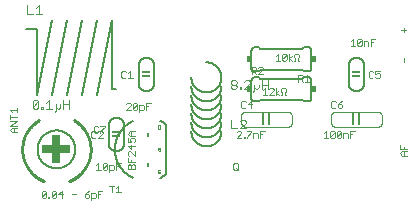
<source format=gto>
G75*
%MOIN*%
%OFA0B0*%
%FSLAX25Y25*%
%IPPOS*%
%LPD*%
%AMOC8*
5,1,8,0,0,1.08239X$1,22.5*
%
%ADD10C,0.00200*%
%ADD11C,0.00500*%
%ADD12R,0.03000X0.00750*%
%ADD13C,0.00400*%
%ADD14R,0.01000X0.04000*%
%ADD15C,0.01000*%
%ADD16C,0.00600*%
%ADD17R,0.02756X0.09449*%
%ADD18R,0.09449X0.02756*%
%ADD19C,0.00800*%
%ADD20C,0.00300*%
%ADD21R,0.01500X0.02000*%
%ADD22C,0.00100*%
D10*
X0026100Y0005267D02*
X0026467Y0004900D01*
X0027201Y0004900D01*
X0027568Y0005267D01*
X0027568Y0006735D01*
X0026100Y0005267D01*
X0026100Y0006735D01*
X0026467Y0007102D01*
X0027201Y0007102D01*
X0027568Y0006735D01*
X0029415Y0006735D02*
X0029782Y0007102D01*
X0030516Y0007102D01*
X0030883Y0006735D01*
X0029415Y0005267D01*
X0029782Y0004900D01*
X0030516Y0004900D01*
X0030883Y0005267D01*
X0030883Y0006735D01*
X0031625Y0006001D02*
X0033093Y0006001D01*
X0032726Y0007102D02*
X0031625Y0006001D01*
X0032726Y0004900D02*
X0032726Y0007102D01*
X0029415Y0006735D02*
X0029415Y0005267D01*
X0028677Y0005267D02*
X0028677Y0004900D01*
X0028310Y0004900D01*
X0028310Y0005267D01*
X0028677Y0005267D01*
X0036044Y0006001D02*
X0037512Y0006001D01*
X0040464Y0006001D02*
X0040464Y0005267D01*
X0040831Y0004900D01*
X0041565Y0004900D01*
X0041932Y0005267D01*
X0041932Y0005634D01*
X0041565Y0006001D01*
X0040464Y0006001D01*
X0041198Y0006735D01*
X0041932Y0007102D01*
X0042674Y0006368D02*
X0043775Y0006368D01*
X0044142Y0006001D01*
X0044142Y0005267D01*
X0043775Y0004900D01*
X0042674Y0004900D01*
X0042674Y0004166D02*
X0042674Y0006368D01*
X0044884Y0006001D02*
X0045618Y0006001D01*
X0044884Y0007102D02*
X0046352Y0007102D01*
X0044884Y0007102D02*
X0044884Y0004900D01*
X0049414Y0006700D02*
X0049414Y0008902D01*
X0048680Y0008902D02*
X0050148Y0008902D01*
X0050890Y0008168D02*
X0051624Y0008902D01*
X0051624Y0006700D01*
X0050890Y0006700D02*
X0052358Y0006700D01*
X0048680Y0013466D02*
X0048680Y0015668D01*
X0049781Y0015668D01*
X0050148Y0015301D01*
X0050148Y0014567D01*
X0049781Y0014200D01*
X0048680Y0014200D01*
X0047938Y0014567D02*
X0047571Y0014200D01*
X0046837Y0014200D01*
X0046470Y0014567D01*
X0047938Y0016035D01*
X0047938Y0014567D01*
X0046470Y0014567D02*
X0046470Y0016035D01*
X0046837Y0016402D01*
X0047571Y0016402D01*
X0047938Y0016035D01*
X0044994Y0016402D02*
X0044260Y0015668D01*
X0044994Y0016402D02*
X0044994Y0014200D01*
X0044260Y0014200D02*
X0045728Y0014200D01*
X0050890Y0014200D02*
X0050890Y0016402D01*
X0052358Y0016402D01*
X0051624Y0015301D02*
X0050890Y0015301D01*
X0054898Y0015571D02*
X0054898Y0014470D01*
X0057100Y0014470D01*
X0057100Y0015571D01*
X0056733Y0015938D01*
X0056366Y0015938D01*
X0055999Y0015571D01*
X0055999Y0014470D01*
X0055999Y0015571D02*
X0055632Y0015938D01*
X0055265Y0015938D01*
X0054898Y0015571D01*
X0054898Y0016680D02*
X0054898Y0018148D01*
X0055265Y0018890D02*
X0054898Y0019257D01*
X0054898Y0019991D01*
X0055265Y0020358D01*
X0055632Y0020358D01*
X0057100Y0018890D01*
X0057100Y0020358D01*
X0055999Y0021100D02*
X0055999Y0022568D01*
X0055999Y0023310D02*
X0055632Y0024044D01*
X0055632Y0024411D01*
X0055999Y0024778D01*
X0056733Y0024778D01*
X0057100Y0024411D01*
X0057100Y0023677D01*
X0056733Y0023310D01*
X0055999Y0023310D02*
X0054898Y0023310D01*
X0054898Y0024778D01*
X0055632Y0025520D02*
X0054898Y0026254D01*
X0055632Y0026988D01*
X0057100Y0026988D01*
X0055999Y0026988D02*
X0055999Y0025520D01*
X0055632Y0025520D02*
X0057100Y0025520D01*
X0057100Y0022201D02*
X0054898Y0022201D01*
X0055999Y0021100D01*
X0055999Y0017414D02*
X0055999Y0016680D01*
X0057100Y0016680D02*
X0054898Y0016680D01*
X0046358Y0024900D02*
X0044890Y0024900D01*
X0046358Y0026368D01*
X0046358Y0026735D01*
X0045991Y0027102D01*
X0045257Y0027102D01*
X0044890Y0026735D01*
X0044832Y0026959D02*
X0044465Y0026592D01*
X0043731Y0026592D01*
X0043364Y0026959D01*
X0043364Y0028427D01*
X0043731Y0028794D01*
X0044465Y0028794D01*
X0044832Y0028427D01*
X0045574Y0028794D02*
X0047042Y0028794D01*
X0047042Y0028427D01*
X0045574Y0026959D01*
X0045574Y0026592D01*
X0044148Y0026735D02*
X0043781Y0027102D01*
X0043047Y0027102D01*
X0042680Y0026735D01*
X0042680Y0025267D01*
X0043047Y0024900D01*
X0043781Y0024900D01*
X0044148Y0025267D01*
X0058680Y0033466D02*
X0058680Y0035668D01*
X0059781Y0035668D01*
X0060148Y0035301D01*
X0060148Y0034567D01*
X0059781Y0034200D01*
X0058680Y0034200D01*
X0057938Y0034567D02*
X0057571Y0034200D01*
X0056837Y0034200D01*
X0056470Y0034567D01*
X0057938Y0036035D01*
X0057938Y0034567D01*
X0056470Y0034567D02*
X0056470Y0036035D01*
X0056837Y0036402D01*
X0057571Y0036402D01*
X0057938Y0036035D01*
X0055728Y0036035D02*
X0055728Y0035668D01*
X0054260Y0034200D01*
X0055728Y0034200D01*
X0055728Y0036035D02*
X0055361Y0036402D01*
X0054627Y0036402D01*
X0054260Y0036035D01*
X0060890Y0036402D02*
X0060890Y0034200D01*
X0060890Y0035301D02*
X0061624Y0035301D01*
X0060890Y0036402D02*
X0062358Y0036402D01*
X0056358Y0044900D02*
X0054890Y0044900D01*
X0055624Y0044900D02*
X0055624Y0047102D01*
X0054890Y0046368D01*
X0054148Y0046735D02*
X0053781Y0047102D01*
X0053047Y0047102D01*
X0052680Y0046735D01*
X0052680Y0045267D01*
X0053047Y0044900D01*
X0053781Y0044900D01*
X0054148Y0045267D01*
X0017800Y0034778D02*
X0017800Y0033310D01*
X0017800Y0034044D02*
X0015598Y0034044D01*
X0016332Y0033310D01*
X0015598Y0032568D02*
X0015598Y0031100D01*
X0015598Y0031834D02*
X0017800Y0031834D01*
X0017800Y0030358D02*
X0015598Y0030358D01*
X0015598Y0028890D02*
X0017800Y0030358D01*
X0017800Y0028890D02*
X0015598Y0028890D01*
X0016332Y0028148D02*
X0017800Y0028148D01*
X0016699Y0028148D02*
X0016699Y0026680D01*
X0016332Y0026680D02*
X0015598Y0027414D01*
X0016332Y0028148D01*
X0016332Y0026680D02*
X0017800Y0026680D01*
X0089995Y0016035D02*
X0089995Y0014567D01*
X0090362Y0014200D01*
X0091096Y0014200D01*
X0091463Y0014567D01*
X0091463Y0016035D01*
X0091096Y0016402D01*
X0090362Y0016402D01*
X0089995Y0016035D01*
X0090729Y0014934D02*
X0091463Y0014200D01*
X0091156Y0024900D02*
X0092623Y0026368D01*
X0092623Y0026735D01*
X0092256Y0027102D01*
X0091522Y0027102D01*
X0091156Y0026735D01*
X0093365Y0025267D02*
X0093732Y0025267D01*
X0093732Y0024900D01*
X0093365Y0024900D01*
X0093365Y0025267D01*
X0092623Y0024900D02*
X0091156Y0024900D01*
X0094470Y0024900D02*
X0094470Y0025267D01*
X0095938Y0026735D01*
X0095938Y0027102D01*
X0094470Y0027102D01*
X0096680Y0026368D02*
X0097781Y0026368D01*
X0098148Y0026001D01*
X0098148Y0024900D01*
X0098890Y0024900D02*
X0098890Y0027102D01*
X0100358Y0027102D01*
X0099624Y0026001D02*
X0098890Y0026001D01*
X0096680Y0026368D02*
X0096680Y0024900D01*
X0095911Y0034900D02*
X0095911Y0037102D01*
X0094810Y0036001D01*
X0096278Y0036001D01*
X0094068Y0036735D02*
X0093701Y0037102D01*
X0092967Y0037102D01*
X0092600Y0036735D01*
X0092600Y0035267D01*
X0092967Y0034900D01*
X0093701Y0034900D01*
X0094068Y0035267D01*
X0099700Y0039200D02*
X0101168Y0039200D01*
X0099700Y0039200D01*
X0100434Y0039200D02*
X0100434Y0041402D01*
X0099700Y0040668D01*
X0100434Y0041402D01*
X0100434Y0039200D01*
X0101910Y0039200D02*
X0103378Y0040668D01*
X0103378Y0041035D01*
X0103011Y0041402D01*
X0102277Y0041402D01*
X0101910Y0041035D01*
X0102277Y0041402D01*
X0103011Y0041402D01*
X0103378Y0041035D01*
X0103378Y0040668D01*
X0101910Y0039200D01*
X0103378Y0039200D01*
X0101910Y0039200D01*
X0104120Y0039200D02*
X0104120Y0041402D01*
X0104120Y0039200D01*
X0104120Y0039934D02*
X0105221Y0040668D01*
X0104120Y0039934D01*
X0105221Y0039200D01*
X0104120Y0039934D01*
X0105961Y0040301D02*
X0105961Y0041035D01*
X0106328Y0041402D01*
X0107062Y0041402D01*
X0107429Y0041035D01*
X0107429Y0040301D01*
X0107062Y0039934D01*
X0107062Y0039200D01*
X0107429Y0039200D01*
X0107062Y0039200D01*
X0107062Y0039934D01*
X0107429Y0040301D01*
X0107429Y0041035D01*
X0107062Y0041402D01*
X0106328Y0041402D01*
X0105961Y0041035D01*
X0105961Y0040301D01*
X0106328Y0039934D01*
X0106328Y0039200D01*
X0105961Y0039200D01*
X0106328Y0039200D01*
X0106328Y0039934D01*
X0105961Y0040301D01*
X0111680Y0043600D02*
X0111680Y0045802D01*
X0112781Y0045802D01*
X0113148Y0045435D01*
X0113148Y0044701D01*
X0112781Y0044334D01*
X0111680Y0044334D01*
X0112781Y0044334D01*
X0113148Y0044701D01*
X0113148Y0045435D01*
X0112781Y0045802D01*
X0111680Y0045802D01*
X0111680Y0043600D01*
X0112414Y0044334D02*
X0113148Y0043600D01*
X0112414Y0044334D01*
X0113890Y0045068D02*
X0114624Y0045802D01*
X0114624Y0043600D01*
X0114624Y0045802D01*
X0113890Y0045068D01*
X0113890Y0043600D02*
X0115358Y0043600D01*
X0113890Y0043600D01*
X0122600Y0036735D02*
X0122600Y0035267D01*
X0122967Y0034900D01*
X0123701Y0034900D01*
X0124068Y0035267D01*
X0124810Y0035267D02*
X0125177Y0034900D01*
X0125911Y0034900D01*
X0126278Y0035267D01*
X0126278Y0035634D01*
X0125911Y0036001D01*
X0124810Y0036001D01*
X0124810Y0035267D01*
X0124810Y0036001D02*
X0125544Y0036735D01*
X0126278Y0037102D01*
X0124068Y0036735D02*
X0123701Y0037102D01*
X0122967Y0037102D01*
X0122600Y0036735D01*
X0135100Y0045267D02*
X0135467Y0044900D01*
X0136201Y0044900D01*
X0136568Y0045267D01*
X0137310Y0045267D02*
X0137677Y0044900D01*
X0138411Y0044900D01*
X0138778Y0045267D01*
X0138778Y0046001D01*
X0138411Y0046368D01*
X0138044Y0046368D01*
X0137310Y0046001D01*
X0137310Y0047102D01*
X0138778Y0047102D01*
X0136568Y0046735D02*
X0136201Y0047102D01*
X0135467Y0047102D01*
X0135100Y0046735D01*
X0135100Y0045267D01*
X0146699Y0049995D02*
X0146699Y0051463D01*
X0136464Y0056701D02*
X0135730Y0056701D01*
X0134988Y0056701D02*
X0134988Y0055600D01*
X0135730Y0055600D02*
X0135730Y0057802D01*
X0137198Y0057802D01*
X0134988Y0056701D02*
X0134621Y0057068D01*
X0133520Y0057068D01*
X0133520Y0055600D01*
X0132778Y0055967D02*
X0132411Y0055600D01*
X0131677Y0055600D01*
X0131310Y0055967D01*
X0132778Y0057435D01*
X0132778Y0055967D01*
X0131310Y0055967D02*
X0131310Y0057435D01*
X0131677Y0057802D01*
X0132411Y0057802D01*
X0132778Y0057435D01*
X0130568Y0055600D02*
X0129100Y0055600D01*
X0129834Y0055600D02*
X0129834Y0057802D01*
X0129100Y0057068D01*
X0111758Y0052435D02*
X0111758Y0051701D01*
X0111391Y0051334D01*
X0111391Y0050600D01*
X0111758Y0050600D01*
X0111391Y0050600D01*
X0111391Y0051334D01*
X0111758Y0051701D01*
X0111758Y0052435D01*
X0111391Y0052802D01*
X0110657Y0052802D01*
X0110290Y0052435D01*
X0110290Y0051701D01*
X0110657Y0051334D01*
X0110657Y0050600D01*
X0110290Y0050600D01*
X0110657Y0050600D01*
X0110657Y0051334D01*
X0110290Y0051701D01*
X0110290Y0052435D01*
X0110657Y0052802D01*
X0111391Y0052802D01*
X0111758Y0052435D01*
X0109549Y0052068D02*
X0108449Y0051334D01*
X0109549Y0050600D01*
X0108449Y0051334D01*
X0109549Y0052068D01*
X0108449Y0052802D02*
X0108449Y0050600D01*
X0108449Y0052802D01*
X0107707Y0052435D02*
X0106239Y0050967D01*
X0106606Y0050600D01*
X0107340Y0050600D01*
X0107707Y0050967D01*
X0107707Y0052435D01*
X0107340Y0052802D01*
X0106606Y0052802D01*
X0106239Y0052435D01*
X0106239Y0050967D01*
X0107707Y0052435D01*
X0107707Y0050967D01*
X0107340Y0050600D01*
X0106606Y0050600D01*
X0106239Y0050967D01*
X0106239Y0052435D01*
X0106606Y0052802D01*
X0107340Y0052802D01*
X0107707Y0052435D01*
X0105497Y0050600D02*
X0104029Y0050600D01*
X0105497Y0050600D01*
X0104763Y0050600D02*
X0104763Y0052802D01*
X0104029Y0052068D01*
X0104763Y0052802D01*
X0104763Y0050600D01*
X0099778Y0048035D02*
X0099411Y0048402D01*
X0098677Y0048402D01*
X0098310Y0048035D01*
X0098677Y0048402D01*
X0099411Y0048402D01*
X0099778Y0048035D01*
X0099778Y0047668D01*
X0098310Y0046200D01*
X0099778Y0046200D01*
X0098310Y0046200D01*
X0099778Y0047668D01*
X0099778Y0048035D01*
X0097568Y0048035D02*
X0097568Y0047301D01*
X0097201Y0046934D01*
X0096100Y0046934D01*
X0097201Y0046934D01*
X0097568Y0047301D01*
X0097568Y0048035D01*
X0097201Y0048402D01*
X0096100Y0048402D01*
X0096100Y0046200D01*
X0096100Y0048402D01*
X0097201Y0048402D01*
X0097568Y0048035D01*
X0096834Y0046934D02*
X0097568Y0046200D01*
X0096834Y0046934D01*
X0120051Y0026368D02*
X0120785Y0027102D01*
X0120785Y0024900D01*
X0121518Y0024900D02*
X0120051Y0024900D01*
X0122260Y0025267D02*
X0122627Y0024900D01*
X0123361Y0024900D01*
X0123728Y0025267D01*
X0123728Y0026735D01*
X0122260Y0025267D01*
X0122260Y0026735D01*
X0122627Y0027102D01*
X0123361Y0027102D01*
X0123728Y0026735D01*
X0124470Y0026735D02*
X0124837Y0027102D01*
X0125571Y0027102D01*
X0125938Y0026735D01*
X0124470Y0025267D01*
X0124837Y0024900D01*
X0125571Y0024900D01*
X0125938Y0025267D01*
X0125938Y0026735D01*
X0126680Y0026368D02*
X0127781Y0026368D01*
X0128148Y0026001D01*
X0128148Y0024900D01*
X0128890Y0024900D02*
X0128890Y0027102D01*
X0130358Y0027102D01*
X0129624Y0026001D02*
X0128890Y0026001D01*
X0126680Y0026368D02*
X0126680Y0024900D01*
X0124470Y0025267D02*
X0124470Y0026735D01*
X0145598Y0022568D02*
X0145598Y0021100D01*
X0147800Y0021100D01*
X0147800Y0020358D02*
X0146332Y0020358D01*
X0145598Y0019624D01*
X0146332Y0018890D01*
X0147800Y0018890D01*
X0146699Y0018890D02*
X0146699Y0020358D01*
X0146699Y0021100D02*
X0146699Y0021834D01*
X0146699Y0059995D02*
X0146699Y0061463D01*
X0145965Y0060729D02*
X0147433Y0060729D01*
D11*
X0133500Y0049500D02*
X0133500Y0042500D01*
X0133488Y0042407D01*
X0133472Y0042315D01*
X0133452Y0042224D01*
X0133428Y0042133D01*
X0133401Y0042044D01*
X0133370Y0041955D01*
X0133335Y0041868D01*
X0133297Y0041783D01*
X0133255Y0041699D01*
X0133210Y0041617D01*
X0133162Y0041537D01*
X0133110Y0041459D01*
X0133055Y0041383D01*
X0132997Y0041310D01*
X0132936Y0041239D01*
X0132872Y0041171D01*
X0132805Y0041105D01*
X0132736Y0041042D01*
X0132664Y0040982D01*
X0132590Y0040925D01*
X0132513Y0040871D01*
X0132435Y0040821D01*
X0132354Y0040773D01*
X0132271Y0040730D01*
X0132187Y0040689D01*
X0132101Y0040652D01*
X0132014Y0040619D01*
X0131925Y0040589D01*
X0131835Y0040563D01*
X0131744Y0040541D01*
X0131652Y0040522D01*
X0131560Y0040507D01*
X0131467Y0040496D01*
X0131374Y0040489D01*
X0131280Y0040486D01*
X0131187Y0040487D01*
X0131093Y0040491D01*
X0131000Y0040500D01*
X0130907Y0040491D01*
X0130813Y0040487D01*
X0130720Y0040486D01*
X0130626Y0040489D01*
X0130533Y0040496D01*
X0130440Y0040507D01*
X0130348Y0040522D01*
X0130256Y0040541D01*
X0130165Y0040563D01*
X0130075Y0040589D01*
X0129986Y0040619D01*
X0129899Y0040652D01*
X0129813Y0040689D01*
X0129729Y0040730D01*
X0129646Y0040773D01*
X0129565Y0040821D01*
X0129487Y0040871D01*
X0129410Y0040925D01*
X0129336Y0040982D01*
X0129264Y0041042D01*
X0129195Y0041105D01*
X0129128Y0041171D01*
X0129064Y0041239D01*
X0129003Y0041310D01*
X0128945Y0041383D01*
X0128890Y0041459D01*
X0128838Y0041537D01*
X0128790Y0041617D01*
X0128745Y0041699D01*
X0128703Y0041783D01*
X0128665Y0041868D01*
X0128630Y0041955D01*
X0128599Y0042044D01*
X0128572Y0042133D01*
X0128548Y0042224D01*
X0128528Y0042315D01*
X0128512Y0042407D01*
X0128500Y0042500D01*
X0128500Y0049500D01*
X0128512Y0049593D01*
X0128528Y0049685D01*
X0128548Y0049776D01*
X0128572Y0049867D01*
X0128599Y0049956D01*
X0128630Y0050045D01*
X0128665Y0050132D01*
X0128703Y0050217D01*
X0128745Y0050301D01*
X0128790Y0050383D01*
X0128838Y0050463D01*
X0128890Y0050541D01*
X0128945Y0050617D01*
X0129003Y0050690D01*
X0129064Y0050761D01*
X0129128Y0050829D01*
X0129195Y0050895D01*
X0129264Y0050958D01*
X0129336Y0051018D01*
X0129410Y0051075D01*
X0129487Y0051129D01*
X0129565Y0051179D01*
X0129646Y0051227D01*
X0129729Y0051270D01*
X0129813Y0051311D01*
X0129899Y0051348D01*
X0129986Y0051381D01*
X0130075Y0051411D01*
X0130165Y0051437D01*
X0130256Y0051459D01*
X0130348Y0051478D01*
X0130440Y0051493D01*
X0130533Y0051504D01*
X0130626Y0051511D01*
X0130720Y0051514D01*
X0130813Y0051513D01*
X0130907Y0051509D01*
X0131000Y0051500D01*
X0131093Y0051509D01*
X0131187Y0051513D01*
X0131280Y0051514D01*
X0131374Y0051511D01*
X0131467Y0051504D01*
X0131560Y0051493D01*
X0131652Y0051478D01*
X0131744Y0051459D01*
X0131835Y0051437D01*
X0131925Y0051411D01*
X0132014Y0051381D01*
X0132101Y0051348D01*
X0132187Y0051311D01*
X0132271Y0051270D01*
X0132354Y0051227D01*
X0132435Y0051179D01*
X0132513Y0051129D01*
X0132590Y0051075D01*
X0132664Y0051018D01*
X0132736Y0050958D01*
X0132805Y0050895D01*
X0132872Y0050829D01*
X0132936Y0050761D01*
X0132997Y0050690D01*
X0133055Y0050617D01*
X0133110Y0050541D01*
X0133162Y0050463D01*
X0133210Y0050383D01*
X0133255Y0050301D01*
X0133297Y0050217D01*
X0133335Y0050132D01*
X0133370Y0050045D01*
X0133401Y0049956D01*
X0133428Y0049867D01*
X0133452Y0049776D01*
X0133472Y0049685D01*
X0133488Y0049593D01*
X0133500Y0049500D01*
X0086000Y0045000D02*
X0085998Y0045140D01*
X0085992Y0045280D01*
X0085982Y0045420D01*
X0085969Y0045560D01*
X0085951Y0045699D01*
X0085929Y0045838D01*
X0085904Y0045975D01*
X0085875Y0046113D01*
X0085842Y0046249D01*
X0085805Y0046384D01*
X0085764Y0046518D01*
X0085719Y0046651D01*
X0085671Y0046783D01*
X0085619Y0046913D01*
X0085564Y0047042D01*
X0085505Y0047169D01*
X0085442Y0047295D01*
X0085376Y0047419D01*
X0085307Y0047540D01*
X0085234Y0047660D01*
X0085157Y0047778D01*
X0085078Y0047893D01*
X0084995Y0048007D01*
X0084909Y0048117D01*
X0084820Y0048226D01*
X0084728Y0048332D01*
X0084633Y0048435D01*
X0084536Y0048536D01*
X0084435Y0048633D01*
X0084332Y0048728D01*
X0084226Y0048820D01*
X0084117Y0048909D01*
X0084007Y0048995D01*
X0083893Y0049078D01*
X0083778Y0049157D01*
X0083660Y0049234D01*
X0083540Y0049307D01*
X0083419Y0049376D01*
X0083295Y0049442D01*
X0083169Y0049505D01*
X0083042Y0049564D01*
X0082913Y0049619D01*
X0082783Y0049671D01*
X0082651Y0049719D01*
X0082518Y0049764D01*
X0082384Y0049805D01*
X0082249Y0049842D01*
X0082113Y0049875D01*
X0081975Y0049904D01*
X0081838Y0049929D01*
X0081699Y0049951D01*
X0081560Y0049969D01*
X0081420Y0049982D01*
X0081280Y0049992D01*
X0081140Y0049998D01*
X0081000Y0050000D01*
X0086000Y0045000D02*
X0085998Y0044860D01*
X0085992Y0044720D01*
X0085982Y0044580D01*
X0085969Y0044440D01*
X0085951Y0044301D01*
X0085929Y0044162D01*
X0085904Y0044025D01*
X0085875Y0043887D01*
X0085842Y0043751D01*
X0085805Y0043616D01*
X0085764Y0043482D01*
X0085719Y0043349D01*
X0085671Y0043217D01*
X0085619Y0043087D01*
X0085564Y0042958D01*
X0085505Y0042831D01*
X0085442Y0042705D01*
X0085376Y0042581D01*
X0085307Y0042460D01*
X0085234Y0042340D01*
X0085157Y0042222D01*
X0085078Y0042107D01*
X0084995Y0041993D01*
X0084909Y0041883D01*
X0084820Y0041774D01*
X0084728Y0041668D01*
X0084633Y0041565D01*
X0084536Y0041464D01*
X0084435Y0041367D01*
X0084332Y0041272D01*
X0084226Y0041180D01*
X0084117Y0041091D01*
X0084007Y0041005D01*
X0083893Y0040922D01*
X0083778Y0040843D01*
X0083660Y0040766D01*
X0083540Y0040693D01*
X0083419Y0040624D01*
X0083295Y0040558D01*
X0083169Y0040495D01*
X0083042Y0040436D01*
X0082913Y0040381D01*
X0082783Y0040329D01*
X0082651Y0040281D01*
X0082518Y0040236D01*
X0082384Y0040195D01*
X0082249Y0040158D01*
X0082113Y0040125D01*
X0081975Y0040096D01*
X0081838Y0040071D01*
X0081699Y0040049D01*
X0081560Y0040031D01*
X0081420Y0040018D01*
X0081280Y0040008D01*
X0081140Y0040002D01*
X0081000Y0040000D01*
X0086000Y0039000D02*
X0085998Y0038860D01*
X0085992Y0038720D01*
X0085982Y0038580D01*
X0085969Y0038440D01*
X0085951Y0038301D01*
X0085929Y0038162D01*
X0085904Y0038025D01*
X0085875Y0037887D01*
X0085842Y0037751D01*
X0085805Y0037616D01*
X0085764Y0037482D01*
X0085719Y0037349D01*
X0085671Y0037217D01*
X0085619Y0037087D01*
X0085564Y0036958D01*
X0085505Y0036831D01*
X0085442Y0036705D01*
X0085376Y0036581D01*
X0085307Y0036460D01*
X0085234Y0036340D01*
X0085157Y0036222D01*
X0085078Y0036107D01*
X0084995Y0035993D01*
X0084909Y0035883D01*
X0084820Y0035774D01*
X0084728Y0035668D01*
X0084633Y0035565D01*
X0084536Y0035464D01*
X0084435Y0035367D01*
X0084332Y0035272D01*
X0084226Y0035180D01*
X0084117Y0035091D01*
X0084007Y0035005D01*
X0083893Y0034922D01*
X0083778Y0034843D01*
X0083660Y0034766D01*
X0083540Y0034693D01*
X0083419Y0034624D01*
X0083295Y0034558D01*
X0083169Y0034495D01*
X0083042Y0034436D01*
X0082913Y0034381D01*
X0082783Y0034329D01*
X0082651Y0034281D01*
X0082518Y0034236D01*
X0082384Y0034195D01*
X0082249Y0034158D01*
X0082113Y0034125D01*
X0081975Y0034096D01*
X0081838Y0034071D01*
X0081699Y0034049D01*
X0081560Y0034031D01*
X0081420Y0034018D01*
X0081280Y0034008D01*
X0081140Y0034002D01*
X0081000Y0034000D01*
X0086000Y0033000D02*
X0085998Y0032860D01*
X0085992Y0032720D01*
X0085982Y0032580D01*
X0085969Y0032440D01*
X0085951Y0032301D01*
X0085929Y0032162D01*
X0085904Y0032025D01*
X0085875Y0031887D01*
X0085842Y0031751D01*
X0085805Y0031616D01*
X0085764Y0031482D01*
X0085719Y0031349D01*
X0085671Y0031217D01*
X0085619Y0031087D01*
X0085564Y0030958D01*
X0085505Y0030831D01*
X0085442Y0030705D01*
X0085376Y0030581D01*
X0085307Y0030460D01*
X0085234Y0030340D01*
X0085157Y0030222D01*
X0085078Y0030107D01*
X0084995Y0029993D01*
X0084909Y0029883D01*
X0084820Y0029774D01*
X0084728Y0029668D01*
X0084633Y0029565D01*
X0084536Y0029464D01*
X0084435Y0029367D01*
X0084332Y0029272D01*
X0084226Y0029180D01*
X0084117Y0029091D01*
X0084007Y0029005D01*
X0083893Y0028922D01*
X0083778Y0028843D01*
X0083660Y0028766D01*
X0083540Y0028693D01*
X0083419Y0028624D01*
X0083295Y0028558D01*
X0083169Y0028495D01*
X0083042Y0028436D01*
X0082913Y0028381D01*
X0082783Y0028329D01*
X0082651Y0028281D01*
X0082518Y0028236D01*
X0082384Y0028195D01*
X0082249Y0028158D01*
X0082113Y0028125D01*
X0081975Y0028096D01*
X0081838Y0028071D01*
X0081699Y0028049D01*
X0081560Y0028031D01*
X0081420Y0028018D01*
X0081280Y0028008D01*
X0081140Y0028002D01*
X0081000Y0028000D01*
X0086000Y0027000D02*
X0085998Y0026860D01*
X0085992Y0026720D01*
X0085982Y0026580D01*
X0085969Y0026440D01*
X0085951Y0026301D01*
X0085929Y0026162D01*
X0085904Y0026025D01*
X0085875Y0025887D01*
X0085842Y0025751D01*
X0085805Y0025616D01*
X0085764Y0025482D01*
X0085719Y0025349D01*
X0085671Y0025217D01*
X0085619Y0025087D01*
X0085564Y0024958D01*
X0085505Y0024831D01*
X0085442Y0024705D01*
X0085376Y0024581D01*
X0085307Y0024460D01*
X0085234Y0024340D01*
X0085157Y0024222D01*
X0085078Y0024107D01*
X0084995Y0023993D01*
X0084909Y0023883D01*
X0084820Y0023774D01*
X0084728Y0023668D01*
X0084633Y0023565D01*
X0084536Y0023464D01*
X0084435Y0023367D01*
X0084332Y0023272D01*
X0084226Y0023180D01*
X0084117Y0023091D01*
X0084007Y0023005D01*
X0083893Y0022922D01*
X0083778Y0022843D01*
X0083660Y0022766D01*
X0083540Y0022693D01*
X0083419Y0022624D01*
X0083295Y0022558D01*
X0083169Y0022495D01*
X0083042Y0022436D01*
X0082913Y0022381D01*
X0082783Y0022329D01*
X0082651Y0022281D01*
X0082518Y0022236D01*
X0082384Y0022195D01*
X0082249Y0022158D01*
X0082113Y0022125D01*
X0081975Y0022096D01*
X0081838Y0022071D01*
X0081699Y0022049D01*
X0081560Y0022031D01*
X0081420Y0022018D01*
X0081280Y0022008D01*
X0081140Y0022002D01*
X0081000Y0022000D01*
X0080860Y0022002D01*
X0080720Y0022008D01*
X0080580Y0022018D01*
X0080440Y0022031D01*
X0080301Y0022049D01*
X0080162Y0022071D01*
X0080025Y0022096D01*
X0079887Y0022125D01*
X0079751Y0022158D01*
X0079616Y0022195D01*
X0079482Y0022236D01*
X0079349Y0022281D01*
X0079217Y0022329D01*
X0079087Y0022381D01*
X0078958Y0022436D01*
X0078831Y0022495D01*
X0078705Y0022558D01*
X0078581Y0022624D01*
X0078460Y0022693D01*
X0078340Y0022766D01*
X0078222Y0022843D01*
X0078107Y0022922D01*
X0077993Y0023005D01*
X0077883Y0023091D01*
X0077774Y0023180D01*
X0077668Y0023272D01*
X0077565Y0023367D01*
X0077464Y0023464D01*
X0077367Y0023565D01*
X0077272Y0023668D01*
X0077180Y0023774D01*
X0077091Y0023883D01*
X0077005Y0023993D01*
X0076922Y0024107D01*
X0076843Y0024222D01*
X0076766Y0024340D01*
X0076693Y0024460D01*
X0076624Y0024581D01*
X0076558Y0024705D01*
X0076495Y0024831D01*
X0076436Y0024958D01*
X0076381Y0025087D01*
X0076329Y0025217D01*
X0076281Y0025349D01*
X0076236Y0025482D01*
X0076195Y0025616D01*
X0076158Y0025751D01*
X0076125Y0025887D01*
X0076096Y0026025D01*
X0076071Y0026162D01*
X0076049Y0026301D01*
X0076031Y0026440D01*
X0076018Y0026580D01*
X0076008Y0026720D01*
X0076002Y0026860D01*
X0076000Y0027000D01*
X0081000Y0025000D02*
X0081140Y0025002D01*
X0081280Y0025008D01*
X0081420Y0025018D01*
X0081560Y0025031D01*
X0081699Y0025049D01*
X0081838Y0025071D01*
X0081975Y0025096D01*
X0082113Y0025125D01*
X0082249Y0025158D01*
X0082384Y0025195D01*
X0082518Y0025236D01*
X0082651Y0025281D01*
X0082783Y0025329D01*
X0082913Y0025381D01*
X0083042Y0025436D01*
X0083169Y0025495D01*
X0083295Y0025558D01*
X0083419Y0025624D01*
X0083540Y0025693D01*
X0083660Y0025766D01*
X0083778Y0025843D01*
X0083893Y0025922D01*
X0084007Y0026005D01*
X0084117Y0026091D01*
X0084226Y0026180D01*
X0084332Y0026272D01*
X0084435Y0026367D01*
X0084536Y0026464D01*
X0084633Y0026565D01*
X0084728Y0026668D01*
X0084820Y0026774D01*
X0084909Y0026883D01*
X0084995Y0026993D01*
X0085078Y0027107D01*
X0085157Y0027222D01*
X0085234Y0027340D01*
X0085307Y0027460D01*
X0085376Y0027581D01*
X0085442Y0027705D01*
X0085505Y0027831D01*
X0085564Y0027958D01*
X0085619Y0028087D01*
X0085671Y0028217D01*
X0085719Y0028349D01*
X0085764Y0028482D01*
X0085805Y0028616D01*
X0085842Y0028751D01*
X0085875Y0028887D01*
X0085904Y0029025D01*
X0085929Y0029162D01*
X0085951Y0029301D01*
X0085969Y0029440D01*
X0085982Y0029580D01*
X0085992Y0029720D01*
X0085998Y0029860D01*
X0086000Y0030000D01*
X0081000Y0025000D02*
X0080860Y0025002D01*
X0080720Y0025008D01*
X0080580Y0025018D01*
X0080440Y0025031D01*
X0080301Y0025049D01*
X0080162Y0025071D01*
X0080025Y0025096D01*
X0079887Y0025125D01*
X0079751Y0025158D01*
X0079616Y0025195D01*
X0079482Y0025236D01*
X0079349Y0025281D01*
X0079217Y0025329D01*
X0079087Y0025381D01*
X0078958Y0025436D01*
X0078831Y0025495D01*
X0078705Y0025558D01*
X0078581Y0025624D01*
X0078460Y0025693D01*
X0078340Y0025766D01*
X0078222Y0025843D01*
X0078107Y0025922D01*
X0077993Y0026005D01*
X0077883Y0026091D01*
X0077774Y0026180D01*
X0077668Y0026272D01*
X0077565Y0026367D01*
X0077464Y0026464D01*
X0077367Y0026565D01*
X0077272Y0026668D01*
X0077180Y0026774D01*
X0077091Y0026883D01*
X0077005Y0026993D01*
X0076922Y0027107D01*
X0076843Y0027222D01*
X0076766Y0027340D01*
X0076693Y0027460D01*
X0076624Y0027581D01*
X0076558Y0027705D01*
X0076495Y0027831D01*
X0076436Y0027958D01*
X0076381Y0028087D01*
X0076329Y0028217D01*
X0076281Y0028349D01*
X0076236Y0028482D01*
X0076195Y0028616D01*
X0076158Y0028751D01*
X0076125Y0028887D01*
X0076096Y0029025D01*
X0076071Y0029162D01*
X0076049Y0029301D01*
X0076031Y0029440D01*
X0076018Y0029580D01*
X0076008Y0029720D01*
X0076002Y0029860D01*
X0076000Y0030000D01*
X0076000Y0033000D02*
X0076002Y0032860D01*
X0076008Y0032720D01*
X0076018Y0032580D01*
X0076031Y0032440D01*
X0076049Y0032301D01*
X0076071Y0032162D01*
X0076096Y0032025D01*
X0076125Y0031887D01*
X0076158Y0031751D01*
X0076195Y0031616D01*
X0076236Y0031482D01*
X0076281Y0031349D01*
X0076329Y0031217D01*
X0076381Y0031087D01*
X0076436Y0030958D01*
X0076495Y0030831D01*
X0076558Y0030705D01*
X0076624Y0030581D01*
X0076693Y0030460D01*
X0076766Y0030340D01*
X0076843Y0030222D01*
X0076922Y0030107D01*
X0077005Y0029993D01*
X0077091Y0029883D01*
X0077180Y0029774D01*
X0077272Y0029668D01*
X0077367Y0029565D01*
X0077464Y0029464D01*
X0077565Y0029367D01*
X0077668Y0029272D01*
X0077774Y0029180D01*
X0077883Y0029091D01*
X0077993Y0029005D01*
X0078107Y0028922D01*
X0078222Y0028843D01*
X0078340Y0028766D01*
X0078460Y0028693D01*
X0078581Y0028624D01*
X0078705Y0028558D01*
X0078831Y0028495D01*
X0078958Y0028436D01*
X0079087Y0028381D01*
X0079217Y0028329D01*
X0079349Y0028281D01*
X0079482Y0028236D01*
X0079616Y0028195D01*
X0079751Y0028158D01*
X0079887Y0028125D01*
X0080025Y0028096D01*
X0080162Y0028071D01*
X0080301Y0028049D01*
X0080440Y0028031D01*
X0080580Y0028018D01*
X0080720Y0028008D01*
X0080860Y0028002D01*
X0081000Y0028000D01*
X0067500Y0029248D02*
X0067500Y0012752D01*
X0061500Y0015472D02*
X0061500Y0016528D01*
X0065472Y0011498D02*
X0065687Y0011602D01*
X0065900Y0011711D01*
X0066110Y0011825D01*
X0066317Y0011944D01*
X0066522Y0012067D01*
X0066724Y0012195D01*
X0066923Y0012328D01*
X0067118Y0012465D01*
X0067311Y0012606D01*
X0067500Y0012752D01*
X0056528Y0011500D02*
X0056298Y0011612D01*
X0056071Y0011729D01*
X0055847Y0011851D01*
X0055626Y0011979D01*
X0055409Y0012113D01*
X0055194Y0012251D01*
X0054983Y0012395D01*
X0054776Y0012544D01*
X0054572Y0012698D01*
X0054372Y0012856D01*
X0054176Y0013020D01*
X0053984Y0013188D01*
X0053796Y0013361D01*
X0053612Y0013539D01*
X0053433Y0013720D01*
X0053258Y0013907D01*
X0053088Y0014097D01*
X0052923Y0014291D01*
X0052762Y0014490D01*
X0052606Y0014692D01*
X0052455Y0014898D01*
X0052309Y0015108D01*
X0052169Y0015321D01*
X0052033Y0015537D01*
X0051903Y0015757D01*
X0051778Y0015980D01*
X0051659Y0016205D01*
X0051545Y0016434D01*
X0051437Y0016665D01*
X0051334Y0016899D01*
X0051237Y0017135D01*
X0051146Y0017374D01*
X0051061Y0017614D01*
X0050981Y0017857D01*
X0050908Y0018102D01*
X0050840Y0018348D01*
X0050779Y0018596D01*
X0050724Y0018845D01*
X0050674Y0019095D01*
X0050631Y0019347D01*
X0050594Y0019600D01*
X0050563Y0019853D01*
X0050538Y0020107D01*
X0050519Y0020362D01*
X0050507Y0020617D01*
X0050501Y0020872D01*
X0050501Y0021128D01*
X0050507Y0021383D01*
X0050519Y0021638D01*
X0050538Y0021893D01*
X0050563Y0022147D01*
X0050594Y0022400D01*
X0050631Y0022653D01*
X0050674Y0022905D01*
X0050724Y0023155D01*
X0050779Y0023404D01*
X0050840Y0023652D01*
X0050908Y0023898D01*
X0050981Y0024143D01*
X0051061Y0024386D01*
X0051146Y0024626D01*
X0051237Y0024865D01*
X0051334Y0025101D01*
X0051437Y0025335D01*
X0051545Y0025566D01*
X0051659Y0025795D01*
X0051778Y0026020D01*
X0051903Y0026243D01*
X0052033Y0026463D01*
X0052169Y0026679D01*
X0052309Y0026892D01*
X0052455Y0027102D01*
X0052606Y0027308D01*
X0052762Y0027510D01*
X0052923Y0027709D01*
X0053088Y0027903D01*
X0053258Y0028093D01*
X0053433Y0028280D01*
X0053612Y0028461D01*
X0053796Y0028639D01*
X0053984Y0028812D01*
X0054176Y0028980D01*
X0054372Y0029144D01*
X0054572Y0029302D01*
X0054776Y0029456D01*
X0054983Y0029605D01*
X0055194Y0029749D01*
X0055409Y0029887D01*
X0055626Y0030021D01*
X0055847Y0030149D01*
X0056071Y0030271D01*
X0056298Y0030388D01*
X0056528Y0030500D01*
X0053500Y0029500D02*
X0053500Y0022500D01*
X0053488Y0022407D01*
X0053472Y0022315D01*
X0053452Y0022224D01*
X0053428Y0022133D01*
X0053401Y0022044D01*
X0053370Y0021955D01*
X0053335Y0021868D01*
X0053297Y0021783D01*
X0053255Y0021699D01*
X0053210Y0021617D01*
X0053162Y0021537D01*
X0053110Y0021459D01*
X0053055Y0021383D01*
X0052997Y0021310D01*
X0052936Y0021239D01*
X0052872Y0021171D01*
X0052805Y0021105D01*
X0052736Y0021042D01*
X0052664Y0020982D01*
X0052590Y0020925D01*
X0052513Y0020871D01*
X0052435Y0020821D01*
X0052354Y0020773D01*
X0052271Y0020730D01*
X0052187Y0020689D01*
X0052101Y0020652D01*
X0052014Y0020619D01*
X0051925Y0020589D01*
X0051835Y0020563D01*
X0051744Y0020541D01*
X0051652Y0020522D01*
X0051560Y0020507D01*
X0051467Y0020496D01*
X0051374Y0020489D01*
X0051280Y0020486D01*
X0051187Y0020487D01*
X0051093Y0020491D01*
X0051000Y0020500D01*
X0050907Y0020491D01*
X0050813Y0020487D01*
X0050720Y0020486D01*
X0050626Y0020489D01*
X0050533Y0020496D01*
X0050440Y0020507D01*
X0050348Y0020522D01*
X0050256Y0020541D01*
X0050165Y0020563D01*
X0050075Y0020589D01*
X0049986Y0020619D01*
X0049899Y0020652D01*
X0049813Y0020689D01*
X0049729Y0020730D01*
X0049646Y0020773D01*
X0049565Y0020821D01*
X0049487Y0020871D01*
X0049410Y0020925D01*
X0049336Y0020982D01*
X0049264Y0021042D01*
X0049195Y0021105D01*
X0049128Y0021171D01*
X0049064Y0021239D01*
X0049003Y0021310D01*
X0048945Y0021383D01*
X0048890Y0021459D01*
X0048838Y0021537D01*
X0048790Y0021617D01*
X0048745Y0021699D01*
X0048703Y0021783D01*
X0048665Y0021868D01*
X0048630Y0021955D01*
X0048599Y0022044D01*
X0048572Y0022133D01*
X0048548Y0022224D01*
X0048528Y0022315D01*
X0048512Y0022407D01*
X0048500Y0022500D01*
X0048500Y0029500D01*
X0048512Y0029593D01*
X0048528Y0029685D01*
X0048548Y0029776D01*
X0048572Y0029867D01*
X0048599Y0029956D01*
X0048630Y0030045D01*
X0048665Y0030132D01*
X0048703Y0030217D01*
X0048745Y0030301D01*
X0048790Y0030383D01*
X0048838Y0030463D01*
X0048890Y0030541D01*
X0048945Y0030617D01*
X0049003Y0030690D01*
X0049064Y0030761D01*
X0049128Y0030829D01*
X0049195Y0030895D01*
X0049264Y0030958D01*
X0049336Y0031018D01*
X0049410Y0031075D01*
X0049487Y0031129D01*
X0049565Y0031179D01*
X0049646Y0031227D01*
X0049729Y0031270D01*
X0049813Y0031311D01*
X0049899Y0031348D01*
X0049986Y0031381D01*
X0050075Y0031411D01*
X0050165Y0031437D01*
X0050256Y0031459D01*
X0050348Y0031478D01*
X0050440Y0031493D01*
X0050533Y0031504D01*
X0050626Y0031511D01*
X0050720Y0031514D01*
X0050813Y0031513D01*
X0050907Y0031509D01*
X0051000Y0031500D01*
X0051093Y0031509D01*
X0051187Y0031513D01*
X0051280Y0031514D01*
X0051374Y0031511D01*
X0051467Y0031504D01*
X0051560Y0031493D01*
X0051652Y0031478D01*
X0051744Y0031459D01*
X0051835Y0031437D01*
X0051925Y0031411D01*
X0052014Y0031381D01*
X0052101Y0031348D01*
X0052187Y0031311D01*
X0052271Y0031270D01*
X0052354Y0031227D01*
X0052435Y0031179D01*
X0052513Y0031129D01*
X0052590Y0031075D01*
X0052664Y0031018D01*
X0052736Y0030958D01*
X0052805Y0030895D01*
X0052872Y0030829D01*
X0052936Y0030761D01*
X0052997Y0030690D01*
X0053055Y0030617D01*
X0053110Y0030541D01*
X0053162Y0030463D01*
X0053210Y0030383D01*
X0053255Y0030301D01*
X0053297Y0030217D01*
X0053335Y0030132D01*
X0053370Y0030045D01*
X0053401Y0029956D01*
X0053428Y0029867D01*
X0053452Y0029776D01*
X0053472Y0029685D01*
X0053488Y0029593D01*
X0053500Y0029500D01*
X0061500Y0026528D02*
X0061500Y0025472D01*
X0065378Y0030546D02*
X0065603Y0030439D01*
X0065826Y0030327D01*
X0066046Y0030210D01*
X0066263Y0030088D01*
X0066478Y0029960D01*
X0066689Y0029827D01*
X0066897Y0029690D01*
X0067101Y0029547D01*
X0067303Y0029400D01*
X0067500Y0029248D01*
X0081000Y0031000D02*
X0081140Y0031002D01*
X0081280Y0031008D01*
X0081420Y0031018D01*
X0081560Y0031031D01*
X0081699Y0031049D01*
X0081838Y0031071D01*
X0081975Y0031096D01*
X0082113Y0031125D01*
X0082249Y0031158D01*
X0082384Y0031195D01*
X0082518Y0031236D01*
X0082651Y0031281D01*
X0082783Y0031329D01*
X0082913Y0031381D01*
X0083042Y0031436D01*
X0083169Y0031495D01*
X0083295Y0031558D01*
X0083419Y0031624D01*
X0083540Y0031693D01*
X0083660Y0031766D01*
X0083778Y0031843D01*
X0083893Y0031922D01*
X0084007Y0032005D01*
X0084117Y0032091D01*
X0084226Y0032180D01*
X0084332Y0032272D01*
X0084435Y0032367D01*
X0084536Y0032464D01*
X0084633Y0032565D01*
X0084728Y0032668D01*
X0084820Y0032774D01*
X0084909Y0032883D01*
X0084995Y0032993D01*
X0085078Y0033107D01*
X0085157Y0033222D01*
X0085234Y0033340D01*
X0085307Y0033460D01*
X0085376Y0033581D01*
X0085442Y0033705D01*
X0085505Y0033831D01*
X0085564Y0033958D01*
X0085619Y0034087D01*
X0085671Y0034217D01*
X0085719Y0034349D01*
X0085764Y0034482D01*
X0085805Y0034616D01*
X0085842Y0034751D01*
X0085875Y0034887D01*
X0085904Y0035025D01*
X0085929Y0035162D01*
X0085951Y0035301D01*
X0085969Y0035440D01*
X0085982Y0035580D01*
X0085992Y0035720D01*
X0085998Y0035860D01*
X0086000Y0036000D01*
X0081000Y0031000D02*
X0080860Y0031002D01*
X0080720Y0031008D01*
X0080580Y0031018D01*
X0080440Y0031031D01*
X0080301Y0031049D01*
X0080162Y0031071D01*
X0080025Y0031096D01*
X0079887Y0031125D01*
X0079751Y0031158D01*
X0079616Y0031195D01*
X0079482Y0031236D01*
X0079349Y0031281D01*
X0079217Y0031329D01*
X0079087Y0031381D01*
X0078958Y0031436D01*
X0078831Y0031495D01*
X0078705Y0031558D01*
X0078581Y0031624D01*
X0078460Y0031693D01*
X0078340Y0031766D01*
X0078222Y0031843D01*
X0078107Y0031922D01*
X0077993Y0032005D01*
X0077883Y0032091D01*
X0077774Y0032180D01*
X0077668Y0032272D01*
X0077565Y0032367D01*
X0077464Y0032464D01*
X0077367Y0032565D01*
X0077272Y0032668D01*
X0077180Y0032774D01*
X0077091Y0032883D01*
X0077005Y0032993D01*
X0076922Y0033107D01*
X0076843Y0033222D01*
X0076766Y0033340D01*
X0076693Y0033460D01*
X0076624Y0033581D01*
X0076558Y0033705D01*
X0076495Y0033831D01*
X0076436Y0033958D01*
X0076381Y0034087D01*
X0076329Y0034217D01*
X0076281Y0034349D01*
X0076236Y0034482D01*
X0076195Y0034616D01*
X0076158Y0034751D01*
X0076125Y0034887D01*
X0076096Y0035025D01*
X0076071Y0035162D01*
X0076049Y0035301D01*
X0076031Y0035440D01*
X0076018Y0035580D01*
X0076008Y0035720D01*
X0076002Y0035860D01*
X0076000Y0036000D01*
X0076000Y0039000D02*
X0076002Y0038860D01*
X0076008Y0038720D01*
X0076018Y0038580D01*
X0076031Y0038440D01*
X0076049Y0038301D01*
X0076071Y0038162D01*
X0076096Y0038025D01*
X0076125Y0037887D01*
X0076158Y0037751D01*
X0076195Y0037616D01*
X0076236Y0037482D01*
X0076281Y0037349D01*
X0076329Y0037217D01*
X0076381Y0037087D01*
X0076436Y0036958D01*
X0076495Y0036831D01*
X0076558Y0036705D01*
X0076624Y0036581D01*
X0076693Y0036460D01*
X0076766Y0036340D01*
X0076843Y0036222D01*
X0076922Y0036107D01*
X0077005Y0035993D01*
X0077091Y0035883D01*
X0077180Y0035774D01*
X0077272Y0035668D01*
X0077367Y0035565D01*
X0077464Y0035464D01*
X0077565Y0035367D01*
X0077668Y0035272D01*
X0077774Y0035180D01*
X0077883Y0035091D01*
X0077993Y0035005D01*
X0078107Y0034922D01*
X0078222Y0034843D01*
X0078340Y0034766D01*
X0078460Y0034693D01*
X0078581Y0034624D01*
X0078705Y0034558D01*
X0078831Y0034495D01*
X0078958Y0034436D01*
X0079087Y0034381D01*
X0079217Y0034329D01*
X0079349Y0034281D01*
X0079482Y0034236D01*
X0079616Y0034195D01*
X0079751Y0034158D01*
X0079887Y0034125D01*
X0080025Y0034096D01*
X0080162Y0034071D01*
X0080301Y0034049D01*
X0080440Y0034031D01*
X0080580Y0034018D01*
X0080720Y0034008D01*
X0080860Y0034002D01*
X0081000Y0034000D01*
X0081000Y0037000D02*
X0081140Y0037002D01*
X0081280Y0037008D01*
X0081420Y0037018D01*
X0081560Y0037031D01*
X0081699Y0037049D01*
X0081838Y0037071D01*
X0081975Y0037096D01*
X0082113Y0037125D01*
X0082249Y0037158D01*
X0082384Y0037195D01*
X0082518Y0037236D01*
X0082651Y0037281D01*
X0082783Y0037329D01*
X0082913Y0037381D01*
X0083042Y0037436D01*
X0083169Y0037495D01*
X0083295Y0037558D01*
X0083419Y0037624D01*
X0083540Y0037693D01*
X0083660Y0037766D01*
X0083778Y0037843D01*
X0083893Y0037922D01*
X0084007Y0038005D01*
X0084117Y0038091D01*
X0084226Y0038180D01*
X0084332Y0038272D01*
X0084435Y0038367D01*
X0084536Y0038464D01*
X0084633Y0038565D01*
X0084728Y0038668D01*
X0084820Y0038774D01*
X0084909Y0038883D01*
X0084995Y0038993D01*
X0085078Y0039107D01*
X0085157Y0039222D01*
X0085234Y0039340D01*
X0085307Y0039460D01*
X0085376Y0039581D01*
X0085442Y0039705D01*
X0085505Y0039831D01*
X0085564Y0039958D01*
X0085619Y0040087D01*
X0085671Y0040217D01*
X0085719Y0040349D01*
X0085764Y0040482D01*
X0085805Y0040616D01*
X0085842Y0040751D01*
X0085875Y0040887D01*
X0085904Y0041025D01*
X0085929Y0041162D01*
X0085951Y0041301D01*
X0085969Y0041440D01*
X0085982Y0041580D01*
X0085992Y0041720D01*
X0085998Y0041860D01*
X0086000Y0042000D01*
X0081000Y0037000D02*
X0080860Y0037002D01*
X0080720Y0037008D01*
X0080580Y0037018D01*
X0080440Y0037031D01*
X0080301Y0037049D01*
X0080162Y0037071D01*
X0080025Y0037096D01*
X0079887Y0037125D01*
X0079751Y0037158D01*
X0079616Y0037195D01*
X0079482Y0037236D01*
X0079349Y0037281D01*
X0079217Y0037329D01*
X0079087Y0037381D01*
X0078958Y0037436D01*
X0078831Y0037495D01*
X0078705Y0037558D01*
X0078581Y0037624D01*
X0078460Y0037693D01*
X0078340Y0037766D01*
X0078222Y0037843D01*
X0078107Y0037922D01*
X0077993Y0038005D01*
X0077883Y0038091D01*
X0077774Y0038180D01*
X0077668Y0038272D01*
X0077565Y0038367D01*
X0077464Y0038464D01*
X0077367Y0038565D01*
X0077272Y0038668D01*
X0077180Y0038774D01*
X0077091Y0038883D01*
X0077005Y0038993D01*
X0076922Y0039107D01*
X0076843Y0039222D01*
X0076766Y0039340D01*
X0076693Y0039460D01*
X0076624Y0039581D01*
X0076558Y0039705D01*
X0076495Y0039831D01*
X0076436Y0039958D01*
X0076381Y0040087D01*
X0076329Y0040217D01*
X0076281Y0040349D01*
X0076236Y0040482D01*
X0076195Y0040616D01*
X0076158Y0040751D01*
X0076125Y0040887D01*
X0076096Y0041025D01*
X0076071Y0041162D01*
X0076049Y0041301D01*
X0076031Y0041440D01*
X0076018Y0041580D01*
X0076008Y0041720D01*
X0076002Y0041860D01*
X0076000Y0042000D01*
X0076000Y0045000D02*
X0076002Y0044860D01*
X0076008Y0044720D01*
X0076018Y0044580D01*
X0076031Y0044440D01*
X0076049Y0044301D01*
X0076071Y0044162D01*
X0076096Y0044025D01*
X0076125Y0043887D01*
X0076158Y0043751D01*
X0076195Y0043616D01*
X0076236Y0043482D01*
X0076281Y0043349D01*
X0076329Y0043217D01*
X0076381Y0043087D01*
X0076436Y0042958D01*
X0076495Y0042831D01*
X0076558Y0042705D01*
X0076624Y0042581D01*
X0076693Y0042460D01*
X0076766Y0042340D01*
X0076843Y0042222D01*
X0076922Y0042107D01*
X0077005Y0041993D01*
X0077091Y0041883D01*
X0077180Y0041774D01*
X0077272Y0041668D01*
X0077367Y0041565D01*
X0077464Y0041464D01*
X0077565Y0041367D01*
X0077668Y0041272D01*
X0077774Y0041180D01*
X0077883Y0041091D01*
X0077993Y0041005D01*
X0078107Y0040922D01*
X0078222Y0040843D01*
X0078340Y0040766D01*
X0078460Y0040693D01*
X0078581Y0040624D01*
X0078705Y0040558D01*
X0078831Y0040495D01*
X0078958Y0040436D01*
X0079087Y0040381D01*
X0079217Y0040329D01*
X0079349Y0040281D01*
X0079482Y0040236D01*
X0079616Y0040195D01*
X0079751Y0040158D01*
X0079887Y0040125D01*
X0080025Y0040096D01*
X0080162Y0040071D01*
X0080301Y0040049D01*
X0080440Y0040031D01*
X0080580Y0040018D01*
X0080720Y0040008D01*
X0080860Y0040002D01*
X0081000Y0040000D01*
X0063500Y0042500D02*
X0063500Y0049500D01*
X0063488Y0049593D01*
X0063472Y0049685D01*
X0063452Y0049776D01*
X0063428Y0049867D01*
X0063401Y0049956D01*
X0063370Y0050045D01*
X0063335Y0050132D01*
X0063297Y0050217D01*
X0063255Y0050301D01*
X0063210Y0050383D01*
X0063162Y0050463D01*
X0063110Y0050541D01*
X0063055Y0050617D01*
X0062997Y0050690D01*
X0062936Y0050761D01*
X0062872Y0050829D01*
X0062805Y0050895D01*
X0062736Y0050958D01*
X0062664Y0051018D01*
X0062590Y0051075D01*
X0062513Y0051129D01*
X0062435Y0051179D01*
X0062354Y0051227D01*
X0062271Y0051270D01*
X0062187Y0051311D01*
X0062101Y0051348D01*
X0062014Y0051381D01*
X0061925Y0051411D01*
X0061835Y0051437D01*
X0061744Y0051459D01*
X0061652Y0051478D01*
X0061560Y0051493D01*
X0061467Y0051504D01*
X0061374Y0051511D01*
X0061280Y0051514D01*
X0061187Y0051513D01*
X0061093Y0051509D01*
X0061000Y0051500D01*
X0060907Y0051509D01*
X0060813Y0051513D01*
X0060720Y0051514D01*
X0060626Y0051511D01*
X0060533Y0051504D01*
X0060440Y0051493D01*
X0060348Y0051478D01*
X0060256Y0051459D01*
X0060165Y0051437D01*
X0060075Y0051411D01*
X0059986Y0051381D01*
X0059899Y0051348D01*
X0059813Y0051311D01*
X0059729Y0051270D01*
X0059646Y0051227D01*
X0059565Y0051179D01*
X0059487Y0051129D01*
X0059410Y0051075D01*
X0059336Y0051018D01*
X0059264Y0050958D01*
X0059195Y0050895D01*
X0059128Y0050829D01*
X0059064Y0050761D01*
X0059003Y0050690D01*
X0058945Y0050617D01*
X0058890Y0050541D01*
X0058838Y0050463D01*
X0058790Y0050383D01*
X0058745Y0050301D01*
X0058703Y0050217D01*
X0058665Y0050132D01*
X0058630Y0050045D01*
X0058599Y0049956D01*
X0058572Y0049867D01*
X0058548Y0049776D01*
X0058528Y0049685D01*
X0058512Y0049593D01*
X0058500Y0049500D01*
X0058500Y0042500D01*
X0058512Y0042407D01*
X0058528Y0042315D01*
X0058548Y0042224D01*
X0058572Y0042133D01*
X0058599Y0042044D01*
X0058630Y0041955D01*
X0058665Y0041868D01*
X0058703Y0041783D01*
X0058745Y0041699D01*
X0058790Y0041617D01*
X0058838Y0041537D01*
X0058890Y0041459D01*
X0058945Y0041383D01*
X0059003Y0041310D01*
X0059064Y0041239D01*
X0059128Y0041171D01*
X0059195Y0041105D01*
X0059264Y0041042D01*
X0059336Y0040982D01*
X0059410Y0040925D01*
X0059487Y0040871D01*
X0059565Y0040821D01*
X0059646Y0040773D01*
X0059729Y0040730D01*
X0059813Y0040689D01*
X0059899Y0040652D01*
X0059986Y0040619D01*
X0060075Y0040589D01*
X0060165Y0040563D01*
X0060256Y0040541D01*
X0060348Y0040522D01*
X0060440Y0040507D01*
X0060533Y0040496D01*
X0060626Y0040489D01*
X0060720Y0040486D01*
X0060813Y0040487D01*
X0060907Y0040491D01*
X0061000Y0040500D01*
X0061093Y0040491D01*
X0061187Y0040487D01*
X0061280Y0040486D01*
X0061374Y0040489D01*
X0061467Y0040496D01*
X0061560Y0040507D01*
X0061652Y0040522D01*
X0061744Y0040541D01*
X0061835Y0040563D01*
X0061925Y0040589D01*
X0062014Y0040619D01*
X0062101Y0040652D01*
X0062187Y0040689D01*
X0062271Y0040730D01*
X0062354Y0040773D01*
X0062435Y0040821D01*
X0062513Y0040871D01*
X0062590Y0040925D01*
X0062664Y0040982D01*
X0062736Y0041042D01*
X0062805Y0041105D01*
X0062872Y0041171D01*
X0062936Y0041239D01*
X0062997Y0041310D01*
X0063055Y0041383D01*
X0063110Y0041459D01*
X0063162Y0041537D01*
X0063210Y0041617D01*
X0063255Y0041699D01*
X0063297Y0041783D01*
X0063335Y0041868D01*
X0063370Y0041955D01*
X0063401Y0042044D01*
X0063428Y0042133D01*
X0063452Y0042224D01*
X0063472Y0042315D01*
X0063488Y0042407D01*
X0063500Y0042500D01*
D12*
X0061000Y0045375D03*
X0061000Y0046625D03*
X0051000Y0026625D03*
X0051000Y0025375D03*
X0131000Y0045375D03*
X0131000Y0046625D03*
D13*
X0138000Y0033500D02*
X0124000Y0033500D01*
X0123924Y0033498D01*
X0123848Y0033492D01*
X0123773Y0033483D01*
X0123698Y0033469D01*
X0123624Y0033452D01*
X0123551Y0033431D01*
X0123479Y0033407D01*
X0123408Y0033378D01*
X0123339Y0033347D01*
X0123272Y0033312D01*
X0123207Y0033273D01*
X0123143Y0033231D01*
X0123082Y0033186D01*
X0123023Y0033138D01*
X0122967Y0033087D01*
X0122913Y0033033D01*
X0122862Y0032977D01*
X0122814Y0032918D01*
X0122769Y0032857D01*
X0122727Y0032793D01*
X0122688Y0032728D01*
X0122653Y0032661D01*
X0122622Y0032592D01*
X0122593Y0032521D01*
X0122569Y0032449D01*
X0122548Y0032376D01*
X0122531Y0032302D01*
X0122517Y0032227D01*
X0122508Y0032152D01*
X0122502Y0032076D01*
X0122500Y0032000D01*
X0122500Y0030000D01*
X0122502Y0029924D01*
X0122508Y0029848D01*
X0122517Y0029773D01*
X0122531Y0029698D01*
X0122548Y0029624D01*
X0122569Y0029551D01*
X0122593Y0029479D01*
X0122622Y0029408D01*
X0122653Y0029339D01*
X0122688Y0029272D01*
X0122727Y0029207D01*
X0122769Y0029143D01*
X0122814Y0029082D01*
X0122862Y0029023D01*
X0122913Y0028967D01*
X0122967Y0028913D01*
X0123023Y0028862D01*
X0123082Y0028814D01*
X0123143Y0028769D01*
X0123207Y0028727D01*
X0123272Y0028688D01*
X0123339Y0028653D01*
X0123408Y0028622D01*
X0123479Y0028593D01*
X0123551Y0028569D01*
X0123624Y0028548D01*
X0123698Y0028531D01*
X0123773Y0028517D01*
X0123848Y0028508D01*
X0123924Y0028502D01*
X0124000Y0028500D01*
X0138000Y0028500D01*
X0138076Y0028502D01*
X0138152Y0028508D01*
X0138227Y0028517D01*
X0138302Y0028531D01*
X0138376Y0028548D01*
X0138449Y0028569D01*
X0138521Y0028593D01*
X0138592Y0028622D01*
X0138661Y0028653D01*
X0138728Y0028688D01*
X0138793Y0028727D01*
X0138857Y0028769D01*
X0138918Y0028814D01*
X0138977Y0028862D01*
X0139033Y0028913D01*
X0139087Y0028967D01*
X0139138Y0029023D01*
X0139186Y0029082D01*
X0139231Y0029143D01*
X0139273Y0029207D01*
X0139312Y0029272D01*
X0139347Y0029339D01*
X0139378Y0029408D01*
X0139407Y0029479D01*
X0139431Y0029551D01*
X0139452Y0029624D01*
X0139469Y0029698D01*
X0139483Y0029773D01*
X0139492Y0029848D01*
X0139498Y0029924D01*
X0139500Y0030000D01*
X0139500Y0032000D01*
X0139498Y0032076D01*
X0139492Y0032152D01*
X0139483Y0032227D01*
X0139469Y0032302D01*
X0139452Y0032376D01*
X0139431Y0032449D01*
X0139407Y0032521D01*
X0139378Y0032592D01*
X0139347Y0032661D01*
X0139312Y0032728D01*
X0139273Y0032793D01*
X0139231Y0032857D01*
X0139186Y0032918D01*
X0139138Y0032977D01*
X0139087Y0033033D01*
X0139033Y0033087D01*
X0138977Y0033138D01*
X0138918Y0033186D01*
X0138857Y0033231D01*
X0138793Y0033273D01*
X0138728Y0033312D01*
X0138661Y0033347D01*
X0138592Y0033378D01*
X0138521Y0033407D01*
X0138449Y0033431D01*
X0138376Y0033452D01*
X0138302Y0033469D01*
X0138227Y0033483D01*
X0138152Y0033492D01*
X0138076Y0033498D01*
X0138000Y0033500D01*
X0109500Y0032000D02*
X0109500Y0030000D01*
X0109498Y0029924D01*
X0109492Y0029848D01*
X0109483Y0029773D01*
X0109469Y0029698D01*
X0109452Y0029624D01*
X0109431Y0029551D01*
X0109407Y0029479D01*
X0109378Y0029408D01*
X0109347Y0029339D01*
X0109312Y0029272D01*
X0109273Y0029207D01*
X0109231Y0029143D01*
X0109186Y0029082D01*
X0109138Y0029023D01*
X0109087Y0028967D01*
X0109033Y0028913D01*
X0108977Y0028862D01*
X0108918Y0028814D01*
X0108857Y0028769D01*
X0108793Y0028727D01*
X0108728Y0028688D01*
X0108661Y0028653D01*
X0108592Y0028622D01*
X0108521Y0028593D01*
X0108449Y0028569D01*
X0108376Y0028548D01*
X0108302Y0028531D01*
X0108227Y0028517D01*
X0108152Y0028508D01*
X0108076Y0028502D01*
X0108000Y0028500D01*
X0094000Y0028500D01*
X0093924Y0028502D01*
X0093848Y0028508D01*
X0093773Y0028517D01*
X0093698Y0028531D01*
X0093624Y0028548D01*
X0093551Y0028569D01*
X0093479Y0028593D01*
X0093408Y0028622D01*
X0093339Y0028653D01*
X0093272Y0028688D01*
X0093207Y0028727D01*
X0093143Y0028769D01*
X0093082Y0028814D01*
X0093023Y0028862D01*
X0092967Y0028913D01*
X0092913Y0028967D01*
X0092862Y0029023D01*
X0092814Y0029082D01*
X0092769Y0029143D01*
X0092727Y0029207D01*
X0092688Y0029272D01*
X0092653Y0029339D01*
X0092622Y0029408D01*
X0092593Y0029479D01*
X0092569Y0029551D01*
X0092548Y0029624D01*
X0092531Y0029698D01*
X0092517Y0029773D01*
X0092508Y0029848D01*
X0092502Y0029924D01*
X0092500Y0030000D01*
X0092500Y0032000D01*
X0092502Y0032076D01*
X0092508Y0032152D01*
X0092517Y0032227D01*
X0092531Y0032302D01*
X0092548Y0032376D01*
X0092569Y0032449D01*
X0092593Y0032521D01*
X0092622Y0032592D01*
X0092653Y0032661D01*
X0092688Y0032728D01*
X0092727Y0032793D01*
X0092769Y0032857D01*
X0092814Y0032918D01*
X0092862Y0032977D01*
X0092913Y0033033D01*
X0092967Y0033087D01*
X0093023Y0033138D01*
X0093082Y0033186D01*
X0093143Y0033231D01*
X0093207Y0033273D01*
X0093272Y0033312D01*
X0093339Y0033347D01*
X0093408Y0033378D01*
X0093479Y0033407D01*
X0093551Y0033431D01*
X0093624Y0033452D01*
X0093698Y0033469D01*
X0093773Y0033483D01*
X0093848Y0033492D01*
X0093924Y0033498D01*
X0094000Y0033500D01*
X0108000Y0033500D01*
X0108076Y0033498D01*
X0108152Y0033492D01*
X0108227Y0033483D01*
X0108302Y0033469D01*
X0108376Y0033452D01*
X0108449Y0033431D01*
X0108521Y0033407D01*
X0108592Y0033378D01*
X0108661Y0033347D01*
X0108728Y0033312D01*
X0108793Y0033273D01*
X0108857Y0033231D01*
X0108918Y0033186D01*
X0108977Y0033138D01*
X0109033Y0033087D01*
X0109087Y0033033D01*
X0109138Y0032977D01*
X0109186Y0032918D01*
X0109231Y0032857D01*
X0109273Y0032793D01*
X0109312Y0032728D01*
X0109347Y0032661D01*
X0109378Y0032592D01*
X0109407Y0032521D01*
X0109431Y0032449D01*
X0109452Y0032376D01*
X0109469Y0032302D01*
X0109483Y0032227D01*
X0109492Y0032152D01*
X0109498Y0032076D01*
X0109500Y0032000D01*
D14*
X0102000Y0031000D03*
X0100000Y0031000D03*
X0130000Y0031000D03*
X0132000Y0031000D03*
D15*
X0036708Y0030842D02*
X0036947Y0030700D01*
X0037183Y0030552D01*
X0037414Y0030398D01*
X0037642Y0030239D01*
X0037866Y0030074D01*
X0038086Y0029904D01*
X0038301Y0029728D01*
X0038512Y0029548D01*
X0038719Y0029362D01*
X0038921Y0029171D01*
X0039119Y0028975D01*
X0039311Y0028775D01*
X0039499Y0028569D01*
X0039681Y0028360D01*
X0039859Y0028146D01*
X0040031Y0027927D01*
X0040198Y0027705D01*
X0040359Y0027479D01*
X0040515Y0027248D01*
X0040665Y0027014D01*
X0040809Y0026777D01*
X0040947Y0026535D01*
X0041080Y0026291D01*
X0041206Y0026044D01*
X0041327Y0025793D01*
X0041441Y0025540D01*
X0041549Y0025283D01*
X0041651Y0025025D01*
X0041746Y0024764D01*
X0041835Y0024500D01*
X0041918Y0024235D01*
X0041994Y0023967D01*
X0042063Y0023698D01*
X0042126Y0023427D01*
X0042182Y0023155D01*
X0042232Y0022882D01*
X0042275Y0022607D01*
X0042311Y0022331D01*
X0042341Y0022055D01*
X0042363Y0021778D01*
X0042379Y0021500D01*
X0042389Y0021222D01*
X0042391Y0020944D01*
X0042387Y0020667D01*
X0042375Y0020389D01*
X0042357Y0020111D01*
X0042333Y0019834D01*
X0042301Y0019558D01*
X0042263Y0019283D01*
X0042218Y0019009D01*
X0042167Y0018735D01*
X0042108Y0018464D01*
X0042044Y0018193D01*
X0041972Y0017925D01*
X0041894Y0017658D01*
X0041810Y0017393D01*
X0041719Y0017130D01*
X0041622Y0016870D01*
X0041518Y0016612D01*
X0041408Y0016356D01*
X0041292Y0016104D01*
X0041170Y0015854D01*
X0041042Y0015607D01*
X0040907Y0015364D01*
X0040767Y0015124D01*
X0040621Y0014887D01*
X0040470Y0014654D01*
X0040312Y0014425D01*
X0040150Y0014200D01*
X0039981Y0013978D01*
X0039808Y0013761D01*
X0039629Y0013549D01*
X0039445Y0013340D01*
X0039256Y0013136D01*
X0039062Y0012937D01*
X0038863Y0012743D01*
X0038659Y0012554D01*
X0038451Y0012369D01*
X0038239Y0012190D01*
X0038022Y0012016D01*
X0037801Y0011847D01*
X0037576Y0011684D01*
X0037347Y0011526D01*
X0037114Y0011374D01*
X0036878Y0011228D01*
X0036638Y0011087D01*
X0036395Y0010953D01*
X0036149Y0010824D01*
X0035899Y0010701D01*
X0035647Y0010585D01*
X0035392Y0010475D01*
X0035134Y0010371D01*
X0026866Y0010371D02*
X0026608Y0010475D01*
X0026353Y0010585D01*
X0026101Y0010701D01*
X0025851Y0010824D01*
X0025605Y0010953D01*
X0025362Y0011087D01*
X0025122Y0011228D01*
X0024886Y0011374D01*
X0024653Y0011526D01*
X0024424Y0011684D01*
X0024199Y0011847D01*
X0023978Y0012016D01*
X0023761Y0012190D01*
X0023549Y0012369D01*
X0023341Y0012554D01*
X0023137Y0012743D01*
X0022938Y0012937D01*
X0022744Y0013136D01*
X0022555Y0013340D01*
X0022371Y0013549D01*
X0022192Y0013761D01*
X0022019Y0013978D01*
X0021850Y0014200D01*
X0021688Y0014425D01*
X0021530Y0014654D01*
X0021379Y0014887D01*
X0021233Y0015124D01*
X0021093Y0015364D01*
X0020958Y0015607D01*
X0020830Y0015854D01*
X0020708Y0016104D01*
X0020592Y0016356D01*
X0020482Y0016612D01*
X0020378Y0016870D01*
X0020281Y0017130D01*
X0020190Y0017393D01*
X0020106Y0017658D01*
X0020028Y0017925D01*
X0019956Y0018193D01*
X0019892Y0018464D01*
X0019833Y0018735D01*
X0019782Y0019009D01*
X0019737Y0019283D01*
X0019699Y0019558D01*
X0019667Y0019834D01*
X0019643Y0020111D01*
X0019625Y0020389D01*
X0019613Y0020667D01*
X0019609Y0020944D01*
X0019611Y0021222D01*
X0019621Y0021500D01*
X0019637Y0021778D01*
X0019659Y0022055D01*
X0019689Y0022331D01*
X0019725Y0022607D01*
X0019768Y0022882D01*
X0019818Y0023155D01*
X0019874Y0023427D01*
X0019937Y0023698D01*
X0020006Y0023967D01*
X0020082Y0024235D01*
X0020165Y0024500D01*
X0020254Y0024764D01*
X0020349Y0025025D01*
X0020451Y0025283D01*
X0020559Y0025540D01*
X0020673Y0025793D01*
X0020794Y0026044D01*
X0020920Y0026291D01*
X0021053Y0026535D01*
X0021191Y0026777D01*
X0021335Y0027014D01*
X0021485Y0027248D01*
X0021641Y0027479D01*
X0021802Y0027705D01*
X0021969Y0027927D01*
X0022141Y0028146D01*
X0022319Y0028360D01*
X0022501Y0028569D01*
X0022689Y0028775D01*
X0022881Y0028975D01*
X0023079Y0029171D01*
X0023281Y0029362D01*
X0023488Y0029548D01*
X0023699Y0029728D01*
X0023914Y0029904D01*
X0024134Y0030074D01*
X0024358Y0030239D01*
X0024586Y0030398D01*
X0024817Y0030552D01*
X0025053Y0030700D01*
X0025292Y0030842D01*
D16*
X0024701Y0021000D02*
X0024703Y0021158D01*
X0024709Y0021316D01*
X0024719Y0021474D01*
X0024733Y0021632D01*
X0024751Y0021789D01*
X0024772Y0021946D01*
X0024798Y0022102D01*
X0024828Y0022258D01*
X0024861Y0022413D01*
X0024899Y0022566D01*
X0024940Y0022719D01*
X0024985Y0022871D01*
X0025034Y0023022D01*
X0025087Y0023171D01*
X0025143Y0023319D01*
X0025203Y0023465D01*
X0025267Y0023610D01*
X0025335Y0023753D01*
X0025406Y0023895D01*
X0025480Y0024035D01*
X0025558Y0024172D01*
X0025640Y0024308D01*
X0025724Y0024442D01*
X0025813Y0024573D01*
X0025904Y0024702D01*
X0025999Y0024829D01*
X0026096Y0024954D01*
X0026197Y0025076D01*
X0026301Y0025195D01*
X0026408Y0025312D01*
X0026518Y0025426D01*
X0026631Y0025537D01*
X0026746Y0025646D01*
X0026864Y0025751D01*
X0026985Y0025853D01*
X0027108Y0025953D01*
X0027234Y0026049D01*
X0027362Y0026142D01*
X0027492Y0026232D01*
X0027625Y0026318D01*
X0027760Y0026402D01*
X0027896Y0026481D01*
X0028035Y0026558D01*
X0028176Y0026630D01*
X0028318Y0026700D01*
X0028462Y0026765D01*
X0028608Y0026827D01*
X0028755Y0026885D01*
X0028904Y0026940D01*
X0029054Y0026991D01*
X0029205Y0027038D01*
X0029357Y0027081D01*
X0029510Y0027120D01*
X0029665Y0027156D01*
X0029820Y0027187D01*
X0029976Y0027215D01*
X0030132Y0027239D01*
X0030289Y0027259D01*
X0030447Y0027275D01*
X0030604Y0027287D01*
X0030763Y0027295D01*
X0030921Y0027299D01*
X0031079Y0027299D01*
X0031237Y0027295D01*
X0031396Y0027287D01*
X0031553Y0027275D01*
X0031711Y0027259D01*
X0031868Y0027239D01*
X0032024Y0027215D01*
X0032180Y0027187D01*
X0032335Y0027156D01*
X0032490Y0027120D01*
X0032643Y0027081D01*
X0032795Y0027038D01*
X0032946Y0026991D01*
X0033096Y0026940D01*
X0033245Y0026885D01*
X0033392Y0026827D01*
X0033538Y0026765D01*
X0033682Y0026700D01*
X0033824Y0026630D01*
X0033965Y0026558D01*
X0034104Y0026481D01*
X0034240Y0026402D01*
X0034375Y0026318D01*
X0034508Y0026232D01*
X0034638Y0026142D01*
X0034766Y0026049D01*
X0034892Y0025953D01*
X0035015Y0025853D01*
X0035136Y0025751D01*
X0035254Y0025646D01*
X0035369Y0025537D01*
X0035482Y0025426D01*
X0035592Y0025312D01*
X0035699Y0025195D01*
X0035803Y0025076D01*
X0035904Y0024954D01*
X0036001Y0024829D01*
X0036096Y0024702D01*
X0036187Y0024573D01*
X0036276Y0024442D01*
X0036360Y0024308D01*
X0036442Y0024172D01*
X0036520Y0024035D01*
X0036594Y0023895D01*
X0036665Y0023753D01*
X0036733Y0023610D01*
X0036797Y0023465D01*
X0036857Y0023319D01*
X0036913Y0023171D01*
X0036966Y0023022D01*
X0037015Y0022871D01*
X0037060Y0022719D01*
X0037101Y0022566D01*
X0037139Y0022413D01*
X0037172Y0022258D01*
X0037202Y0022102D01*
X0037228Y0021946D01*
X0037249Y0021789D01*
X0037267Y0021632D01*
X0037281Y0021474D01*
X0037291Y0021316D01*
X0037297Y0021158D01*
X0037299Y0021000D01*
X0037297Y0020842D01*
X0037291Y0020684D01*
X0037281Y0020526D01*
X0037267Y0020368D01*
X0037249Y0020211D01*
X0037228Y0020054D01*
X0037202Y0019898D01*
X0037172Y0019742D01*
X0037139Y0019587D01*
X0037101Y0019434D01*
X0037060Y0019281D01*
X0037015Y0019129D01*
X0036966Y0018978D01*
X0036913Y0018829D01*
X0036857Y0018681D01*
X0036797Y0018535D01*
X0036733Y0018390D01*
X0036665Y0018247D01*
X0036594Y0018105D01*
X0036520Y0017965D01*
X0036442Y0017828D01*
X0036360Y0017692D01*
X0036276Y0017558D01*
X0036187Y0017427D01*
X0036096Y0017298D01*
X0036001Y0017171D01*
X0035904Y0017046D01*
X0035803Y0016924D01*
X0035699Y0016805D01*
X0035592Y0016688D01*
X0035482Y0016574D01*
X0035369Y0016463D01*
X0035254Y0016354D01*
X0035136Y0016249D01*
X0035015Y0016147D01*
X0034892Y0016047D01*
X0034766Y0015951D01*
X0034638Y0015858D01*
X0034508Y0015768D01*
X0034375Y0015682D01*
X0034240Y0015598D01*
X0034104Y0015519D01*
X0033965Y0015442D01*
X0033824Y0015370D01*
X0033682Y0015300D01*
X0033538Y0015235D01*
X0033392Y0015173D01*
X0033245Y0015115D01*
X0033096Y0015060D01*
X0032946Y0015009D01*
X0032795Y0014962D01*
X0032643Y0014919D01*
X0032490Y0014880D01*
X0032335Y0014844D01*
X0032180Y0014813D01*
X0032024Y0014785D01*
X0031868Y0014761D01*
X0031711Y0014741D01*
X0031553Y0014725D01*
X0031396Y0014713D01*
X0031237Y0014705D01*
X0031079Y0014701D01*
X0030921Y0014701D01*
X0030763Y0014705D01*
X0030604Y0014713D01*
X0030447Y0014725D01*
X0030289Y0014741D01*
X0030132Y0014761D01*
X0029976Y0014785D01*
X0029820Y0014813D01*
X0029665Y0014844D01*
X0029510Y0014880D01*
X0029357Y0014919D01*
X0029205Y0014962D01*
X0029054Y0015009D01*
X0028904Y0015060D01*
X0028755Y0015115D01*
X0028608Y0015173D01*
X0028462Y0015235D01*
X0028318Y0015300D01*
X0028176Y0015370D01*
X0028035Y0015442D01*
X0027896Y0015519D01*
X0027760Y0015598D01*
X0027625Y0015682D01*
X0027492Y0015768D01*
X0027362Y0015858D01*
X0027234Y0015951D01*
X0027108Y0016047D01*
X0026985Y0016147D01*
X0026864Y0016249D01*
X0026746Y0016354D01*
X0026631Y0016463D01*
X0026518Y0016574D01*
X0026408Y0016688D01*
X0026301Y0016805D01*
X0026197Y0016924D01*
X0026096Y0017046D01*
X0025999Y0017171D01*
X0025904Y0017298D01*
X0025813Y0017427D01*
X0025724Y0017558D01*
X0025640Y0017692D01*
X0025558Y0017828D01*
X0025480Y0017965D01*
X0025406Y0018105D01*
X0025335Y0018247D01*
X0025267Y0018390D01*
X0025203Y0018535D01*
X0025143Y0018681D01*
X0025087Y0018829D01*
X0025034Y0018978D01*
X0024985Y0019129D01*
X0024940Y0019281D01*
X0024899Y0019434D01*
X0024861Y0019587D01*
X0024828Y0019742D01*
X0024798Y0019898D01*
X0024772Y0020054D01*
X0024751Y0020211D01*
X0024733Y0020368D01*
X0024719Y0020526D01*
X0024709Y0020684D01*
X0024703Y0020842D01*
X0024701Y0021000D01*
X0096000Y0038000D02*
X0096000Y0044000D01*
X0096002Y0044060D01*
X0096007Y0044121D01*
X0096016Y0044180D01*
X0096029Y0044239D01*
X0096045Y0044298D01*
X0096065Y0044355D01*
X0096088Y0044410D01*
X0096115Y0044465D01*
X0096144Y0044517D01*
X0096177Y0044568D01*
X0096213Y0044617D01*
X0096251Y0044663D01*
X0096293Y0044707D01*
X0096337Y0044749D01*
X0096383Y0044787D01*
X0096432Y0044823D01*
X0096483Y0044856D01*
X0096535Y0044885D01*
X0096590Y0044912D01*
X0096645Y0044935D01*
X0096702Y0044955D01*
X0096761Y0044971D01*
X0096820Y0044984D01*
X0096879Y0044993D01*
X0096940Y0044998D01*
X0097000Y0045000D01*
X0098500Y0045000D01*
X0099000Y0044500D01*
X0113000Y0044500D01*
X0113500Y0045000D01*
X0115000Y0045000D01*
X0115060Y0044998D01*
X0115121Y0044993D01*
X0115180Y0044984D01*
X0115239Y0044971D01*
X0115298Y0044955D01*
X0115355Y0044935D01*
X0115410Y0044912D01*
X0115465Y0044885D01*
X0115517Y0044856D01*
X0115568Y0044823D01*
X0115617Y0044787D01*
X0115663Y0044749D01*
X0115707Y0044707D01*
X0115749Y0044663D01*
X0115787Y0044617D01*
X0115823Y0044568D01*
X0115856Y0044517D01*
X0115885Y0044465D01*
X0115912Y0044410D01*
X0115935Y0044355D01*
X0115955Y0044298D01*
X0115971Y0044239D01*
X0115984Y0044180D01*
X0115993Y0044121D01*
X0115998Y0044060D01*
X0116000Y0044000D01*
X0116000Y0038000D01*
X0115998Y0037940D01*
X0115993Y0037879D01*
X0115984Y0037820D01*
X0115971Y0037761D01*
X0115955Y0037702D01*
X0115935Y0037645D01*
X0115912Y0037590D01*
X0115885Y0037535D01*
X0115856Y0037483D01*
X0115823Y0037432D01*
X0115787Y0037383D01*
X0115749Y0037337D01*
X0115707Y0037293D01*
X0115663Y0037251D01*
X0115617Y0037213D01*
X0115568Y0037177D01*
X0115517Y0037144D01*
X0115465Y0037115D01*
X0115410Y0037088D01*
X0115355Y0037065D01*
X0115298Y0037045D01*
X0115239Y0037029D01*
X0115180Y0037016D01*
X0115121Y0037007D01*
X0115060Y0037002D01*
X0115000Y0037000D01*
X0113500Y0037000D01*
X0113000Y0037500D01*
X0099000Y0037500D01*
X0098500Y0037000D01*
X0097000Y0037000D01*
X0096940Y0037002D01*
X0096879Y0037007D01*
X0096820Y0037016D01*
X0096761Y0037029D01*
X0096702Y0037045D01*
X0096645Y0037065D01*
X0096590Y0037088D01*
X0096535Y0037115D01*
X0096483Y0037144D01*
X0096432Y0037177D01*
X0096383Y0037213D01*
X0096337Y0037251D01*
X0096293Y0037293D01*
X0096251Y0037337D01*
X0096213Y0037383D01*
X0096177Y0037432D01*
X0096144Y0037483D01*
X0096115Y0037535D01*
X0096088Y0037590D01*
X0096065Y0037645D01*
X0096045Y0037702D01*
X0096029Y0037761D01*
X0096016Y0037820D01*
X0096007Y0037879D01*
X0096002Y0037940D01*
X0096000Y0038000D01*
X0096002Y0037940D01*
X0096007Y0037879D01*
X0096016Y0037820D01*
X0096029Y0037761D01*
X0096045Y0037702D01*
X0096065Y0037645D01*
X0096088Y0037590D01*
X0096115Y0037535D01*
X0096144Y0037483D01*
X0096177Y0037432D01*
X0096213Y0037383D01*
X0096251Y0037337D01*
X0096293Y0037293D01*
X0096337Y0037251D01*
X0096383Y0037213D01*
X0096432Y0037177D01*
X0096483Y0037144D01*
X0096535Y0037115D01*
X0096590Y0037088D01*
X0096645Y0037065D01*
X0096702Y0037045D01*
X0096761Y0037029D01*
X0096820Y0037016D01*
X0096879Y0037007D01*
X0096940Y0037002D01*
X0097000Y0037000D01*
X0096000Y0044000D02*
X0096002Y0044060D01*
X0096007Y0044121D01*
X0096016Y0044180D01*
X0096029Y0044239D01*
X0096045Y0044298D01*
X0096065Y0044355D01*
X0096088Y0044410D01*
X0096115Y0044465D01*
X0096144Y0044517D01*
X0096177Y0044568D01*
X0096213Y0044617D01*
X0096251Y0044663D01*
X0096293Y0044707D01*
X0096337Y0044749D01*
X0096383Y0044787D01*
X0096432Y0044823D01*
X0096483Y0044856D01*
X0096535Y0044885D01*
X0096590Y0044912D01*
X0096645Y0044935D01*
X0096702Y0044955D01*
X0096761Y0044971D01*
X0096820Y0044984D01*
X0096879Y0044993D01*
X0096940Y0044998D01*
X0097000Y0045000D01*
X0097000Y0047000D02*
X0098500Y0047000D01*
X0099000Y0047500D01*
X0113000Y0047500D01*
X0113500Y0047000D01*
X0115000Y0047000D01*
X0115060Y0047002D01*
X0115121Y0047007D01*
X0115180Y0047016D01*
X0115239Y0047029D01*
X0115298Y0047045D01*
X0115355Y0047065D01*
X0115410Y0047088D01*
X0115465Y0047115D01*
X0115517Y0047144D01*
X0115568Y0047177D01*
X0115617Y0047213D01*
X0115663Y0047251D01*
X0115707Y0047293D01*
X0115749Y0047337D01*
X0115787Y0047383D01*
X0115823Y0047432D01*
X0115856Y0047483D01*
X0115885Y0047535D01*
X0115912Y0047590D01*
X0115935Y0047645D01*
X0115955Y0047702D01*
X0115971Y0047761D01*
X0115984Y0047820D01*
X0115993Y0047879D01*
X0115998Y0047940D01*
X0116000Y0048000D01*
X0116000Y0054000D01*
X0115998Y0054060D01*
X0115993Y0054121D01*
X0115984Y0054180D01*
X0115971Y0054239D01*
X0115955Y0054298D01*
X0115935Y0054355D01*
X0115912Y0054410D01*
X0115885Y0054465D01*
X0115856Y0054517D01*
X0115823Y0054568D01*
X0115787Y0054617D01*
X0115749Y0054663D01*
X0115707Y0054707D01*
X0115663Y0054749D01*
X0115617Y0054787D01*
X0115568Y0054823D01*
X0115517Y0054856D01*
X0115465Y0054885D01*
X0115410Y0054912D01*
X0115355Y0054935D01*
X0115298Y0054955D01*
X0115239Y0054971D01*
X0115180Y0054984D01*
X0115121Y0054993D01*
X0115060Y0054998D01*
X0115000Y0055000D01*
X0113500Y0055000D01*
X0113000Y0054500D01*
X0099000Y0054500D01*
X0098500Y0055000D01*
X0097000Y0055000D01*
X0096940Y0054998D01*
X0096879Y0054993D01*
X0096820Y0054984D01*
X0096761Y0054971D01*
X0096702Y0054955D01*
X0096645Y0054935D01*
X0096590Y0054912D01*
X0096535Y0054885D01*
X0096483Y0054856D01*
X0096432Y0054823D01*
X0096383Y0054787D01*
X0096337Y0054749D01*
X0096293Y0054707D01*
X0096251Y0054663D01*
X0096213Y0054617D01*
X0096177Y0054568D01*
X0096144Y0054517D01*
X0096115Y0054465D01*
X0096088Y0054410D01*
X0096065Y0054355D01*
X0096045Y0054298D01*
X0096029Y0054239D01*
X0096016Y0054180D01*
X0096007Y0054121D01*
X0096002Y0054060D01*
X0096000Y0054000D01*
X0096000Y0048000D01*
X0096002Y0047940D01*
X0096007Y0047879D01*
X0096016Y0047820D01*
X0096029Y0047761D01*
X0096045Y0047702D01*
X0096065Y0047645D01*
X0096088Y0047590D01*
X0096115Y0047535D01*
X0096144Y0047483D01*
X0096177Y0047432D01*
X0096213Y0047383D01*
X0096251Y0047337D01*
X0096293Y0047293D01*
X0096337Y0047251D01*
X0096383Y0047213D01*
X0096432Y0047177D01*
X0096483Y0047144D01*
X0096535Y0047115D01*
X0096590Y0047088D01*
X0096645Y0047065D01*
X0096702Y0047045D01*
X0096761Y0047029D01*
X0096820Y0047016D01*
X0096879Y0047007D01*
X0096940Y0047002D01*
X0097000Y0047000D01*
X0096940Y0047002D01*
X0096879Y0047007D01*
X0096820Y0047016D01*
X0096761Y0047029D01*
X0096702Y0047045D01*
X0096645Y0047065D01*
X0096590Y0047088D01*
X0096535Y0047115D01*
X0096483Y0047144D01*
X0096432Y0047177D01*
X0096383Y0047213D01*
X0096337Y0047251D01*
X0096293Y0047293D01*
X0096251Y0047337D01*
X0096213Y0047383D01*
X0096177Y0047432D01*
X0096144Y0047483D01*
X0096115Y0047535D01*
X0096088Y0047590D01*
X0096065Y0047645D01*
X0096045Y0047702D01*
X0096029Y0047761D01*
X0096016Y0047820D01*
X0096007Y0047879D01*
X0096002Y0047940D01*
X0096000Y0048000D01*
X0096000Y0054000D02*
X0096002Y0054060D01*
X0096007Y0054121D01*
X0096016Y0054180D01*
X0096029Y0054239D01*
X0096045Y0054298D01*
X0096065Y0054355D01*
X0096088Y0054410D01*
X0096115Y0054465D01*
X0096144Y0054517D01*
X0096177Y0054568D01*
X0096213Y0054617D01*
X0096251Y0054663D01*
X0096293Y0054707D01*
X0096337Y0054749D01*
X0096383Y0054787D01*
X0096432Y0054823D01*
X0096483Y0054856D01*
X0096535Y0054885D01*
X0096590Y0054912D01*
X0096645Y0054935D01*
X0096702Y0054955D01*
X0096761Y0054971D01*
X0096820Y0054984D01*
X0096879Y0054993D01*
X0096940Y0054998D01*
X0097000Y0055000D01*
X0115000Y0055000D02*
X0115060Y0054998D01*
X0115121Y0054993D01*
X0115180Y0054984D01*
X0115239Y0054971D01*
X0115298Y0054955D01*
X0115355Y0054935D01*
X0115410Y0054912D01*
X0115465Y0054885D01*
X0115517Y0054856D01*
X0115568Y0054823D01*
X0115617Y0054787D01*
X0115663Y0054749D01*
X0115707Y0054707D01*
X0115749Y0054663D01*
X0115787Y0054617D01*
X0115823Y0054568D01*
X0115856Y0054517D01*
X0115885Y0054465D01*
X0115912Y0054410D01*
X0115935Y0054355D01*
X0115955Y0054298D01*
X0115971Y0054239D01*
X0115984Y0054180D01*
X0115993Y0054121D01*
X0115998Y0054060D01*
X0116000Y0054000D01*
X0116000Y0048000D02*
X0115998Y0047940D01*
X0115993Y0047879D01*
X0115984Y0047820D01*
X0115971Y0047761D01*
X0115955Y0047702D01*
X0115935Y0047645D01*
X0115912Y0047590D01*
X0115885Y0047535D01*
X0115856Y0047483D01*
X0115823Y0047432D01*
X0115787Y0047383D01*
X0115749Y0047337D01*
X0115707Y0047293D01*
X0115663Y0047251D01*
X0115617Y0047213D01*
X0115568Y0047177D01*
X0115517Y0047144D01*
X0115465Y0047115D01*
X0115410Y0047088D01*
X0115355Y0047065D01*
X0115298Y0047045D01*
X0115239Y0047029D01*
X0115180Y0047016D01*
X0115121Y0047007D01*
X0115060Y0047002D01*
X0115000Y0047000D01*
X0115000Y0045000D02*
X0115060Y0044998D01*
X0115121Y0044993D01*
X0115180Y0044984D01*
X0115239Y0044971D01*
X0115298Y0044955D01*
X0115355Y0044935D01*
X0115410Y0044912D01*
X0115465Y0044885D01*
X0115517Y0044856D01*
X0115568Y0044823D01*
X0115617Y0044787D01*
X0115663Y0044749D01*
X0115707Y0044707D01*
X0115749Y0044663D01*
X0115787Y0044617D01*
X0115823Y0044568D01*
X0115856Y0044517D01*
X0115885Y0044465D01*
X0115912Y0044410D01*
X0115935Y0044355D01*
X0115955Y0044298D01*
X0115971Y0044239D01*
X0115984Y0044180D01*
X0115993Y0044121D01*
X0115998Y0044060D01*
X0116000Y0044000D01*
X0116000Y0038000D02*
X0115998Y0037940D01*
X0115993Y0037879D01*
X0115984Y0037820D01*
X0115971Y0037761D01*
X0115955Y0037702D01*
X0115935Y0037645D01*
X0115912Y0037590D01*
X0115885Y0037535D01*
X0115856Y0037483D01*
X0115823Y0037432D01*
X0115787Y0037383D01*
X0115749Y0037337D01*
X0115707Y0037293D01*
X0115663Y0037251D01*
X0115617Y0037213D01*
X0115568Y0037177D01*
X0115517Y0037144D01*
X0115465Y0037115D01*
X0115410Y0037088D01*
X0115355Y0037065D01*
X0115298Y0037045D01*
X0115239Y0037029D01*
X0115180Y0037016D01*
X0115121Y0037007D01*
X0115060Y0037002D01*
X0115000Y0037000D01*
D17*
X0031000Y0021000D03*
D18*
X0031000Y0021000D03*
D19*
X0029500Y0039000D02*
X0034500Y0064000D01*
X0029500Y0064000D02*
X0024500Y0039000D01*
X0024500Y0061000D01*
X0021000Y0061000D01*
X0039500Y0064000D02*
X0034500Y0039000D01*
X0039500Y0039000D02*
X0044500Y0064000D01*
X0049500Y0064000D02*
X0044500Y0039000D01*
X0049500Y0041000D02*
X0051000Y0041000D01*
X0049500Y0041000D02*
X0049500Y0064000D01*
D20*
X0026031Y0066050D02*
X0024097Y0066050D01*
X0025064Y0066050D02*
X0025064Y0068952D01*
X0024097Y0067985D01*
X0021150Y0068952D02*
X0021150Y0066050D01*
X0023085Y0066050D01*
X0023504Y0037452D02*
X0024472Y0037452D01*
X0024955Y0036969D01*
X0023020Y0035034D01*
X0023504Y0034550D01*
X0024472Y0034550D01*
X0024955Y0035034D01*
X0024955Y0036969D01*
X0023504Y0037452D02*
X0023020Y0036969D01*
X0023020Y0035034D01*
X0025967Y0035034D02*
X0025967Y0034550D01*
X0026451Y0034550D01*
X0026451Y0035034D01*
X0025967Y0035034D01*
X0027440Y0034550D02*
X0029375Y0034550D01*
X0028408Y0034550D02*
X0028408Y0037452D01*
X0027440Y0036485D01*
X0030870Y0036001D02*
X0030870Y0035034D01*
X0030870Y0034066D01*
X0030387Y0033583D01*
X0031354Y0034550D02*
X0031838Y0034550D01*
X0032322Y0035034D01*
X0032322Y0036001D01*
X0033333Y0036001D02*
X0035268Y0036001D01*
X0035268Y0037452D02*
X0035268Y0034550D01*
X0033333Y0034550D02*
X0033333Y0037452D01*
X0030870Y0035034D02*
X0031354Y0034550D01*
X0089150Y0030852D02*
X0089150Y0027950D01*
X0091085Y0027950D01*
X0092097Y0027950D02*
X0094031Y0029885D01*
X0094031Y0030369D01*
X0093548Y0030852D01*
X0092580Y0030852D01*
X0092097Y0030369D01*
X0092097Y0027950D02*
X0094031Y0027950D01*
X0096516Y0040183D02*
X0097000Y0040666D01*
X0097000Y0041634D01*
X0097484Y0041150D01*
X0097968Y0041150D01*
X0098451Y0041634D01*
X0098451Y0042601D01*
X0099463Y0042601D02*
X0101398Y0042601D01*
X0101398Y0044052D02*
X0101398Y0041150D01*
X0099463Y0041150D02*
X0099463Y0044052D01*
X0097000Y0042601D02*
X0097000Y0041634D01*
X0095505Y0041150D02*
X0093570Y0041150D01*
X0095505Y0043085D01*
X0095505Y0043569D01*
X0095021Y0044052D01*
X0094054Y0044052D01*
X0093570Y0043569D01*
X0091085Y0043569D02*
X0091085Y0043085D01*
X0090601Y0042601D01*
X0089634Y0042601D01*
X0089150Y0043085D01*
X0089150Y0043569D01*
X0089634Y0044052D01*
X0090601Y0044052D01*
X0091085Y0043569D01*
X0090601Y0042601D02*
X0091085Y0042117D01*
X0091085Y0041634D01*
X0090601Y0041150D01*
X0089634Y0041150D01*
X0089150Y0041634D01*
X0089150Y0042117D01*
X0089634Y0042601D01*
X0092097Y0041634D02*
X0092580Y0041634D01*
X0092580Y0041150D01*
X0092097Y0041150D01*
X0092097Y0041634D01*
D21*
X0095250Y0041000D03*
X0095250Y0041000D03*
X0095250Y0051000D03*
X0095250Y0051000D03*
X0116750Y0051000D03*
X0116750Y0051000D03*
X0116750Y0041000D03*
X0116750Y0041000D03*
D22*
X0065679Y0028767D02*
X0065679Y0028033D01*
X0065496Y0027850D01*
X0064945Y0027850D01*
X0064945Y0028951D01*
X0065496Y0028951D01*
X0065679Y0028767D01*
X0065496Y0021551D02*
X0065129Y0021551D01*
X0064945Y0021367D01*
X0064945Y0021184D01*
X0065129Y0021000D01*
X0065496Y0021000D01*
X0065679Y0020817D01*
X0065679Y0020633D01*
X0065496Y0020450D01*
X0065129Y0020450D01*
X0064945Y0020633D01*
X0065679Y0021367D02*
X0065496Y0021551D01*
X0065496Y0014151D02*
X0065129Y0014151D01*
X0064945Y0013967D01*
X0064945Y0013233D01*
X0065129Y0013050D01*
X0065496Y0013050D01*
X0065679Y0013233D01*
X0065679Y0013600D01*
X0065312Y0013600D01*
X0065679Y0013967D02*
X0065496Y0014151D01*
M02*

</source>
